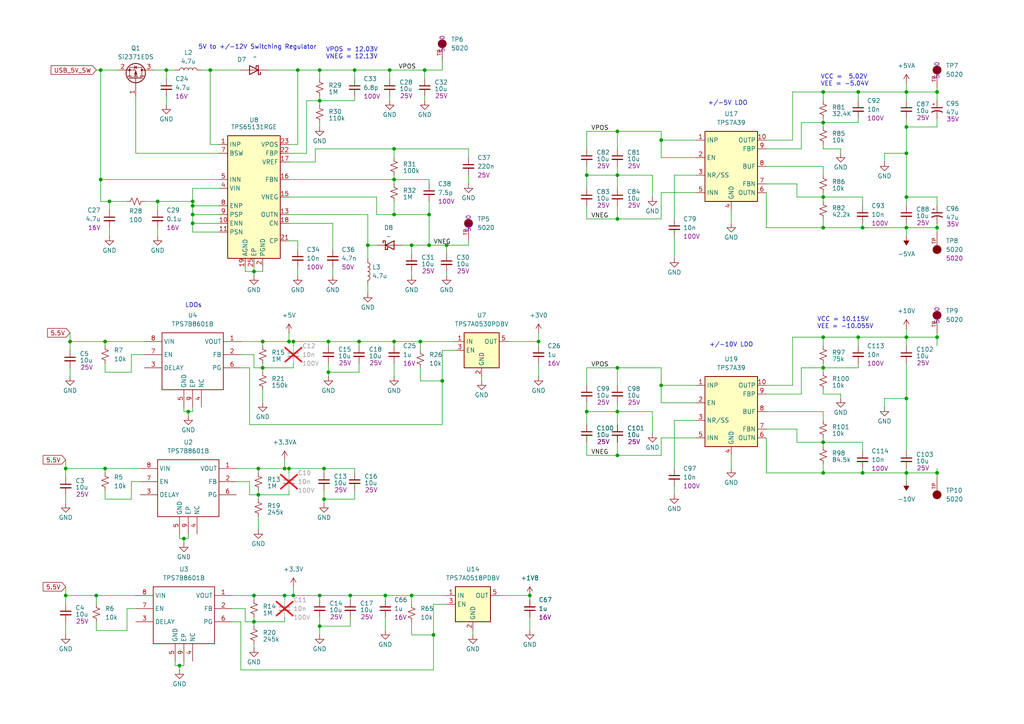
<source format=kicad_sch>
(kicad_sch (version 20250114) (generator "eeschema") (generator_version "9.0")
  (paper "A4")
  (lib_symbols
    (symbol "1_User_Library:5020" (pin_names (offset 1.016))
      (property "Reference" "TP" (at -2.5444 2.5415 0))
      (property "Value" "5020" (at -2.55 -5.0866 0))
      (symbol "5020_0_0"
        (pin passive line (at -5.08 0 0) (length 5.08) (name "~") (number "TP"))
      )
    )
    (symbol "1_User_Library:Capacitor_non_polar" (pin_numbers (hide yes)) (pin_names (offset 0.254) (hide yes))
      (property "Reference" "C" (at 2.54 1.778 0))
      (property "Value" "val" (at 2.54 0 0))
      (property "Voltage" "Vol" (at 2.54 -2.032 0))
      (symbol "Capacitor_non_polar_1_1"
        (pin passive line (at 0 2.54 270) (length 2.032) (name "~") (number "1"))
        (pin passive line (at 0 -2.54 90) (length 2.032) (name "~") (number "2"))
      )
    )
    (symbol "1_User_Library:Inductor" (pin_numbers (hide yes)) (pin_names (offset 1.016) (hide yes))
      (property "Reference" "L" (at -1.27 0 90))
      (property "Value" "Inductor" (at 1.905 0 90))
      (symbol "Inductor_1_1"
        (pin passive line (at 0 3.81 270) (length 1.27) (name "1") (number "1"))
        (pin passive line (at 0 -3.81 90) (length 1.27) (name "2") (number "2"))
      )
    )
    (symbol "1_User_Library:Resistor" (pin_numbers (hide yes)) (pin_names (offset 0.254) (hide yes))
      (property "Reference" "R" (at 0.762 0.508 0))
      (symbol "Resistor_1_1"
        (pin passive line (at 0 2.54 270) (length 1.016) (name "~") (number "1"))
        (pin passive line (at 0 -2.54 90) (length 1.016) (name "~") (number "2"))
      )
    )
    (symbol "1_User_Library:TPS7A39"
      (property "Reference" "U" (at 0 13.97 0))
      (property "Value" "TPS7A39" (at 0 11.43 0))
      (symbol "TPS7A39_1_1"
        (pin power_in line (at -10.16 7.62 0) (length 2.54) (name "INP") (number "1"))
        (pin input line (at -10.16 2.54 0) (length 2.54) (name "EN") (number "2"))
        (pin passive line (at -10.16 -2.54 0) (length 2.54) (name "NR/SS") (number "3"))
        (pin power_in line (at -10.16 -7.62 0) (length 2.54) (name "INN") (number "5"))
        (pin passive line (at 0 -12.7 90) (length 2.54) (hide yes) (name "GND") (number "11"))
        (pin power_in line (at 0 -12.7 90) (length 2.54) (name "GND") (number "4"))
        (pin power_out line (at 10.16 7.62 180) (length 2.54) (name "OUTP") (number "10"))
        (pin input line (at 10.16 5.08 180) (length 2.54) (name "FBP") (number "9"))
        (pin output line (at 10.16 0 180) (length 2.54) (name "BUF") (number "8"))
        (pin input line (at 10.16 -5.08 180) (length 2.54) (name "FBN") (number "7"))
        (pin power_out line (at 10.16 -7.62 180) (length 2.54) (name "OUTN") (number "6"))
      )
    )
    (symbol "1_User_Library:TPS7B86_DDA"
      (property "Reference" "U" (at 0 2.794 0))
      (property "Value" "TPS7B8601B" (at -0.254 1.016 0))
      (symbol "TPS7B86_DDA_0_0"
        (pin power_in line (at -13.97 -2.54 0) (length 5.08) (name "VIN") (number "8"))
        (pin power_in line (at -13.97 -6.35 0) (length 5.08) (name "EN") (number "7"))
        (pin power_in line (at 13.97 -10.16 180) (length 5.08) (name "PG") (number "6"))
      )
      (symbol "TPS7B86_DDA_0_1"
        (pin input line (at -13.97 -10.16 0) (length 5.08) (name "DELAY") (number "3"))
        (pin unspecified line (at -2.54 -21.59 90) (length 5.08) (name "GND") (number "5"))
        (pin power_in line (at 2.54 -21.59 90) (length 5.08) (name "NC") (number "4"))
        (pin power_in line (at 13.97 -2.54 180) (length 5.08) (name "VOUT") (number "1"))
        (pin power_in line (at 13.97 -6.35 180) (length 5.08) (name "FB") (number "2"))
      )
      (symbol "TPS7B86_DDA_1_0"
        (pin power_in line (at 0 -21.59 90) (length 5.08) (name "EP") (number "9"))
      )
    )
    (symbol "Capacitor_non_polar_1" (pin_numbers (hide yes)) (pin_names (offset 0.254) (hide yes))
      (property "Reference" "C" (at 0.254 1.778 0))
      (symbol "Capacitor_non_polar_1_1_1"
        (pin passive line (at 0 2.54 270) (length 2.032) (name "~") (number "1"))
        (pin passive line (at 0 -2.54 90) (length 2.032) (name "~") (number "2"))
      )
    )
    (symbol "Capacitor_non_polar_2" (pin_numbers (hide yes)) (pin_names (offset 0.254) (hide yes))
      (property "Reference" "C" (at 2.54 1.778 0))
      (property "Value" "val" (at 2.54 0 0))
      (property "Voltage" "Vol" (at 2.54 -2.032 0))
      (symbol "Capacitor_non_polar_2_1_1"
        (pin passive line (at 0 2.54 270) (length 2.032) (name "~") (number "1"))
        (pin passive line (at 0 -2.54 90) (length 2.032) (name "~") (number "2"))
      )
    )
    (symbol "Device:C_Polarized_Small_US" (pin_numbers (hide yes)) (pin_names (offset 0.254) (hide yes))
      (property "Reference" "C" (at 0.254 1.778 0))
      (property "Value" "C_Polarized_Small_US" (at 0.254 -2.032 0))
      (symbol "C_Polarized_Small_US_1_1"
        (pin passive line (at 0 2.54 270) (length 2.032) (name "~") (number "1"))
        (pin passive line (at 0 -2.54 90) (length 2.032) (name "~") (number "2"))
      )
    )
    (symbol "Device:D_Schottky" (pin_numbers (hide yes)) (pin_names (offset 1.016) (hide yes))
      (property "Reference" "D" (at 0 2.54 0))
      (property "Value" "D_Schottky" (at 0 -2.54 0))
      (symbol "D_Schottky_1_1"
        (pin passive line (at -3.81 0 0) (length 2.54) (name "K") (number "1"))
        (pin passive line (at 3.81 0 180) (length 2.54) (name "A") (number "2"))
      )
    )
    (symbol "Regulator_Linear:TPS7A0518PDBV"
      (property "Reference" "U" (at -3.81 6.35 0))
      (property "Value" "TPS7A0518PDBV" (at 6.35 6.35 0))
      (symbol "TPS7A0518PDBV_0_1"
        (pin power_in line (at -7.62 2.54 0) (length 2.54) (name "IN") (number "1"))
        (pin input line (at -7.62 0 0) (length 2.54) (name "EN") (number "3"))
        (pin power_in line (at 0 -7.62 90) (length 2.54) (name "GND") (number "2"))
        (pin no_connect line (at 5.08 0 180) (length 2.54) (hide yes) (name "NC") (number "4"))
        (pin power_out line (at 7.62 2.54 180) (length 2.54) (name "OUT") (number "5"))
      )
    )
    (symbol "Regulator_Linear:TPS7A0530PDBV"
      (property "Reference" "U" (at -3.81 6.35 0))
      (property "Value" "TPS7A0530PDBV" (at 6.35 6.35 0))
      (symbol "TPS7A0530PDBV_0_1"
        (pin power_in line (at -7.62 2.54 0) (length 2.54) (name "IN") (number "1"))
        (pin input line (at -7.62 0 0) (length 2.54) (name "EN") (number "3"))
        (pin power_in line (at 0 -7.62 90) (length 2.54) (name "GND") (number "2"))
        (pin no_connect line (at 5.08 0 180) (length 2.54) (hide yes) (name "NC") (number "4"))
        (pin power_out line (at 7.62 2.54 180) (length 2.54) (name "OUT") (number "5"))
      )
    )
    (symbol "Regulator_Switching:TPS65131RGE"
      (property "Reference" "U" (at -6.858 21.082 0))
      (property "Value" "TPS65131RGE" (at -1.016 19.05 0))
      (symbol "TPS65131RGE_1_1"
        (pin input line (at -10.16 15.24 0) (length 2.54) (name "INP") (number "1"))
        (pin input line (at -10.16 15.24 0) (length 2.54) (hide yes) (name "INP") (number "24"))
        (pin output line (at -10.16 12.7 0) (length 2.54) (name "BSW") (number "7"))
        (pin input line (at -10.16 5.08 0) (length 2.54) (name "INN") (number "5"))
        (pin input line (at -10.16 5.08 0) (length 2.54) (hide yes) (name "INN") (number "6"))
        (pin power_in line (at -10.16 2.54 0) (length 2.54) (name "VIN") (number "4"))
        (pin input line (at -10.16 -2.54 0) (length 2.54) (name "ENP") (number "8"))
        (pin input line (at -10.16 -5.08 0) (length 2.54) (name "PSP") (number "9"))
        (pin input line (at -10.16 -7.62 0) (length 2.54) (name "ENN") (number "10"))
        (pin input line (at -10.16 -10.16 0) (length 2.54) (name "PSN") (number "11"))
        (pin no_connect line (at -7.62 10.16 0) (length 2.54) (hide yes) (name "NC") (number "20"))
        (pin no_connect line (at -7.62 7.62 0) (length 2.54) (hide yes) (name "NC") (number "12"))
        (pin power_in line (at -2.54 -20.32 90) (length 2.54) (name "AGND") (number "19"))
        (pin passive line (at 0 -20.32 90) (length 2.54) (name "EP") (number "25"))
        (pin power_in line (at 2.54 -20.32 90) (length 2.54) (name "PGND") (number "2"))
        (pin passive line (at 2.54 -20.32 90) (length 2.54) (hide yes) (name "PGND") (number "3"))
        (pin input line (at 10.16 15.24 180) (length 2.54) (name "VPOS") (number "23"))
        (pin input line (at 10.16 12.7 180) (length 2.54) (name "FBP") (number "22"))
        (pin output line (at 10.16 10.16 180) (length 2.54) (name "VREF") (number "17"))
        (pin input line (at 10.16 5.08 180) (length 2.54) (name "FBN") (number "16"))
        (pin input line (at 10.16 0 180) (length 2.54) (name "VNEG") (number "15"))
        (pin output line (at 10.16 -5.08 180) (length 2.54) (name "OUTN") (number "13"))
        (pin passive line (at 10.16 -5.08 180) (length 2.54) (hide yes) (name "OUTN") (number "14"))
        (pin passive line (at 10.16 -7.62 180) (length 2.54) (name "CN") (number "18"))
        (pin passive line (at 10.16 -12.7 180) (length 2.54) (name "CP") (number "21"))
      )
    )
    (symbol "Transistor_FET:Si2371EDS" (pin_names (hide yes))
      (property "Reference" "Q" (at 5.08 1.905 0))
      (property "Value" "Si2371EDS" (at 5.08 0 0))
      (symbol "Si2371EDS_1_1"
        (pin input line (at -5.08 0 0) (length 2.54) (name "G") (number "1"))
        (pin passive line (at 2.54 5.08 270) (length 2.54) (name "D") (number "3"))
        (pin passive line (at 2.54 -5.08 90) (length 2.54) (name "S") (number "2"))
      )
    )
    (symbol "power:+10V" (power) (pin_numbers (hide yes)) (pin_names (offset 0) (hide yes))
      (property "Value" "+10V" (at 0 3.556 0))
      (symbol "+10V_1_1"
        (pin power_in line (at 0 0 90) (length 0) (name "~") (number "1"))
      )
    )
    (symbol "power:+1V8" (power) (pin_numbers (hide yes)) (pin_names (offset 0) (hide yes))
      (property "Value" "+1V8" (at 0 3.556 0))
      (symbol "+1V8_1_1"
        (pin power_in line (at 0 0 90) (length 0) (name "~") (number "1"))
      )
    )
    (symbol "power:+3.3V" (power) (pin_numbers (hide yes)) (pin_names (offset 0) (hide yes))
      (property "Value" "+3.3V" (at 0 3.556 0))
      (symbol "+3.3V_1_1"
        (pin power_in line (at 0 0 90) (length 0) (name "~") (number "1"))
      )
    )
    (symbol "power:+3.3VA" (power) (pin_numbers (hide yes)) (pin_names (offset 0) (hide yes))
      (property "Value" "+3.3VA" (at 0 3.556 0))
      (symbol "+3.3VA_1_1"
        (pin power_in line (at 0 0 90) (length 0) (name "~") (number "1"))
      )
    )
    (symbol "power:+3V0" (power) (pin_numbers (hide yes)) (pin_names (offset 0) (hide yes))
      (property "Value" "+3V0" (at 0 3.556 0))
      (symbol "+3V0_1_1"
        (pin power_in line (at 0 0 90) (length 0) (name "~") (number "1"))
      )
    )
    (symbol "power:+5V" (power) (pin_numbers (hide yes)) (pin_names (offset 0) (hide yes))
      (property "Value" "+5V" (at 0 3.556 0))
      (symbol "+5V_1_1"
        (pin power_in line (at 0 0 90) (length 0) (name "~") (number "1"))
      )
    )
    (symbol "power:+5VA" (power) (pin_numbers (hide yes)) (pin_names (offset 0) (hide yes))
      (property "Value" "+5VA" (at 0 3.556 0))
      (symbol "+5VA_1_1"
        (pin power_in line (at 0 0 90) (length 0) (name "~") (number "1"))
      )
    )
    (symbol "power:-10V" (power) (pin_numbers (hide yes)) (pin_names (offset 0) (hide yes))
      (property "Value" "-10V" (at 0 3.556 0))
      (symbol "-10V_0_0"
        (pin power_in line (at 0 0 90) (length 0) (name "~") (number "1"))
      )
    )
    (symbol "power:-5VA" (power) (pin_numbers (hide yes)) (pin_names (offset 0) (hide yes))
      (property "Value" "-5VA" (at 0 3.556 0))
      (symbol "-5VA_0_0"
        (pin power_in line (at 0 0 90) (length 0) (name "~") (number "1"))
      )
    )
    (symbol "power:GND" (power) (pin_numbers (hide yes)) (pin_names (offset 0) (hide yes))
      (property "Value" "GND" (at 0 -3.81 0))
      (symbol "GND_1_1"
        (pin power_in line (at 0 0 270) (length 0) (name "~") (number "1"))
      )
    )
  )
  (text "LDOs" (at 56.134 88.646 0) (effects (font (size 1.27 1.27))))
  (text "5V to +/-12V Switching Regulator" (at 74.676 13.716 0) (effects (font (size 1.27 1.27))))
  (text "VCC =  5.02V\nVEE = -5.04V" (at 237.998 23.368 0) (effects (font (size 1.27 1.27)) (justify left)))
  (text "+/-10V LDO" (at 212.09 100.076 0) (effects (font (size 1.27 1.27))))
  (text "+/-5V LDO" (at 211.074 29.972 0) (effects (font (size 1.27 1.27))))
  (text "VCC = 10.115V\nVEE = -10.055V" (at 236.982 93.726 0) (effects (font (size 1.27 1.27)) (justify left)))
  (text "VPOS = 12.03V\nVNEG = 12.13V" (at 94.488 15.494 0) (effects (font (size 1.27 1.27)) (justify left)))
  (junction (at 170.18 50.8))
  (junction (at 114.3 99.06))
  (junction (at 73.66 172.72))
  (junction (at 262.89 57.15))
  (junction (at 102.87 20.32))
  (junction (at 19.05 172.72))
  (junction (at 76.2 106.68))
  (junction (at 179.07 63.5))
  (junction (at 262.89 115.57))
  (junction (at 179.07 106.68))
  (junction (at 123.19 20.32))
  (junction (at 31.75 58.42))
  (junction (at 85.09 99.06))
  (junction (at 55.88 59.69))
  (junction (at 76.2 99.06))
  (junction (at 55.88 58.42))
  (junction (at 238.76 66.04))
  (junction (at 179.07 50.8))
  (junction (at 19.05 135.89))
  (junction (at 74.93 143.51))
  (junction (at 82.55 172.72))
  (junction (at 262.89 97.79))
  (junction (at 179.07 38.1))
  (junction (at 129.54 71.12))
  (junction (at 128.27 110.49))
  (junction (at 238.76 35.56))
  (junction (at 114.3 52.07))
  (junction (at 248.92 97.79))
  (junction (at 262.89 137.16))
  (junction (at 124.46 62.23))
  (junction (at 238.76 57.15))
  (junction (at 238.76 106.68))
  (junction (at 85.09 172.72))
  (junction (at 60.96 20.32))
  (junction (at 113.03 20.32))
  (junction (at 250.19 66.04))
  (junction (at 95.25 107.95))
  (junction (at 73.66 78.74))
  (junction (at 106.68 71.12))
  (junction (at 101.6 172.72))
  (junction (at 92.71 172.72))
  (junction (at 53.34 156.21))
  (junction (at 111.76 172.72))
  (junction (at 92.71 20.32))
  (junction (at 179.07 119.38))
  (junction (at 114.3 43.18))
  (junction (at 114.3 62.23))
  (junction (at 238.76 26.67))
  (junction (at 262.89 44.45))
  (junction (at 250.19 137.16))
  (junction (at 92.71 29.21))
  (junction (at 93.98 135.89))
  (junction (at 27.94 172.72))
  (junction (at 262.89 66.04))
  (junction (at 54.61 119.38))
  (junction (at 55.88 62.23))
  (junction (at 74.93 135.89))
  (junction (at 271.78 66.04))
  (junction (at 92.71 181.61))
  (junction (at 153.67 172.72))
  (junction (at 179.07 132.08))
  (junction (at 83.82 99.06))
  (junction (at 30.48 99.06))
  (junction (at 262.89 26.67))
  (junction (at 29.21 20.32))
  (junction (at 20.32 99.06))
  (junction (at 238.76 97.79))
  (junction (at 156.21 99.06))
  (junction (at 262.89 36.83))
  (junction (at 104.14 99.06))
  (junction (at 73.66 180.34))
  (junction (at 271.78 97.79))
  (junction (at 119.38 71.12))
  (junction (at 170.18 119.38))
  (junction (at 55.88 64.77))
  (junction (at 52.07 193.04))
  (junction (at 30.48 135.89))
  (junction (at 238.76 137.16))
  (junction (at 86.36 20.32))
  (junction (at 93.98 144.78))
  (junction (at 121.92 99.06))
  (junction (at 271.78 26.67))
  (junction (at 248.92 26.67))
  (junction (at 125.73 184.15))
  (junction (at 48.26 20.32))
  (junction (at 191.77 111.76))
  (junction (at 119.38 172.72))
  (junction (at 82.55 135.89))
  (junction (at 191.77 40.64))
  (junction (at 124.46 71.12))
  (junction (at 95.25 99.06))
  (junction (at 238.76 128.27))
  (junction (at 45.72 58.42))
  (junction (at 271.78 137.16))
  (junction (at 83.82 135.89))
  (junction (at 29.21 52.07))
  (wire (pts (xy 170.18 59.69) (xy 170.18 63.5)))
  (wire (pts (xy 106.68 62.23) (xy 106.68 71.12)))
  (wire (pts (xy 102.87 20.32) (xy 102.87 22.86)))
  (wire (pts (xy 250.19 130.81) (xy 250.19 128.27)))
  (wire (pts (xy 53.34 119.38) (xy 54.61 119.38)))
  (wire (pts (xy 91.44 46.99) (xy 91.44 43.18)))
  (wire (pts (xy 45.72 58.42) (xy 41.91 58.42)))
  (wire (pts (xy 128.27 20.32) (xy 123.19 20.32)))
  (wire (pts (xy 54.61 154.94) (xy 54.61 156.21)))
  (wire (pts (xy 125.73 194.31) (xy 125.73 184.15)))
  (wire (pts (xy 129.54 71.12) (xy 135.89 71.12)))
  (wire (pts (xy 31.75 60.96) (xy 31.75 58.42)))
  (wire (pts (xy 86.36 77.47) (xy 86.36 80.01)))
  (wire (pts (xy 38.1 144.78) (xy 30.48 144.78)))
  (wire (pts (xy 63.5 64.77) (xy 55.88 64.77)))
  (wire (pts (xy 83.82 135.89) (xy 83.82 137.16)))
  (wire (pts (xy 95.25 107.95) (xy 104.14 107.95)))
  (wire (pts (xy 74.93 143.51) (xy 74.93 144.78)))
  (wire (pts (xy 20.32 99.06) (xy 20.32 101.6)))
  (wire (pts (xy 93.98 142.24) (xy 93.98 144.78)))
  (wire (pts (xy 74.93 135.89) (xy 82.55 135.89)))
  (wire (pts (xy 83.82 44.45) (xy 88.9 44.45)))
  (wire (pts (xy 232.41 106.68) (xy 238.76 106.68)))
  (wire (pts (xy 271.78 25.4) (xy 271.78 26.67)))
  (wire (pts (xy 86.36 69.85) (xy 86.36 72.39)))
  (wire (pts (xy 73.66 77.47) (xy 73.66 78.74)))
  (wire (pts (xy 96.52 64.77) (xy 96.52 72.39)))
  (wire (pts (xy 55.88 62.23) (xy 63.5 62.23)))
  (wire (pts (xy 41.91 102.87) (xy 38.1 102.87)))
  (wire (pts (xy 191.77 106.68) (xy 191.77 111.76)))
  (wire (pts (xy 262.89 115.57) (xy 262.89 130.81)))
  (wire (pts (xy 38.1 107.95) (xy 30.48 107.95)))
  (wire (pts (xy 179.07 128.27) (xy 179.07 132.08)))
  (wire (pts (xy 53.34 156.21) (xy 54.61 156.21)))
  (wire (pts (xy 88.9 44.45) (xy 88.9 29.21)))
  (wire (pts (xy 153.67 179.07) (xy 153.67 182.88)))
  (wire (pts (xy 262.89 66.04) (xy 250.19 66.04)))
  (wire (pts (xy 20.32 99.06) (xy 20.32 96.52)))
  (wire (pts (xy 119.38 71.12) (xy 119.38 73.66)))
  (wire (pts (xy 72.39 139.7) (xy 72.39 143.51)))
  (wire (pts (xy 248.92 26.67) (xy 238.76 26.67)))
  (wire (pts (xy 29.21 52.07) (xy 29.21 20.32)))
  (wire (pts (xy 195.58 140.97) (xy 195.58 143.51)))
  (wire (pts (xy 92.71 22.86) (xy 92.71 20.32)))
  (wire (pts (xy 238.76 127) (xy 238.76 128.27)))
  (wire (pts (xy 238.76 137.16) (xy 250.19 137.16)))
  (wire (pts (xy 69.85 106.68) (xy 72.39 106.68)))
  (wire (pts (xy 85.09 172.72) (xy 92.71 172.72)))
  (wire (pts (xy 102.87 137.16) (xy 102.87 135.89)))
  (wire (pts (xy 125.73 175.26) (xy 129.54 175.26)))
  (wire (pts (xy 189.23 119.38) (xy 179.07 119.38)))
  (wire (pts (xy 189.23 57.15) (xy 189.23 50.8)))
  (wire (pts (xy 128.27 17.78) (xy 128.27 20.32)))
  (wire (pts (xy 195.58 68.58) (xy 195.58 74.93)))
  (wire (pts (xy 179.07 116.84) (xy 179.07 119.38)))
  (wire (pts (xy 189.23 125.73) (xy 189.23 119.38)))
  (wire (pts (xy 52.07 193.04) (xy 52.07 194.31)))
  (wire (pts (xy 96.52 77.47) (xy 96.52 80.01)))
  (wire (pts (xy 231.14 57.15) (xy 238.76 57.15)))
  (wire (pts (xy 250.19 57.15) (xy 238.76 57.15)))
  (wire (pts (xy 53.34 191.77) (xy 53.34 193.04)))
  (wire (pts (xy 69.85 194.31) (xy 125.73 194.31)))
  (wire (pts (xy 179.07 119.38) (xy 179.07 123.19)))
  (wire (pts (xy 231.14 128.27) (xy 238.76 128.27)))
  (wire (pts (xy 60.96 41.91) (xy 63.5 41.91)))
  (wire (pts (xy 19.05 180.34) (xy 19.05 184.15)))
  (wire (pts (xy 121.92 106.68) (xy 121.92 110.49)))
  (wire (pts (xy 262.89 24.13) (xy 262.89 26.67)))
  (wire (pts (xy 179.07 132.08) (xy 191.77 132.08)))
  (wire (pts (xy 170.18 106.68) (xy 179.07 106.68)))
  (wire (pts (xy 119.38 172.72) (xy 119.38 175.26)))
  (wire (pts (xy 271.78 36.83) (xy 262.89 36.83)))
  (wire (pts (xy 76.2 99.06) (xy 83.82 99.06)))
  (wire (pts (xy 262.89 36.83) (xy 262.89 44.45)))
  (wire (pts (xy 111.76 172.72) (xy 119.38 172.72)))
  (wire (pts (xy 248.92 106.68) (xy 238.76 106.68)))
  (wire (pts (xy 238.76 34.29) (xy 238.76 35.56)))
  (wire (pts (xy 82.55 172.72) (xy 82.55 173.99)))
  (wire (pts (xy 271.78 96.52) (xy 271.78 97.79)))
  (wire (pts (xy 92.71 181.61) (xy 101.6 181.61)))
  (wire (pts (xy 222.25 124.46) (xy 231.14 124.46)))
  (wire (pts (xy 52.07 193.04) (xy 53.34 193.04)))
  (wire (pts (xy 129.54 71.12) (xy 129.54 73.66)))
  (wire (pts (xy 50.8 193.04) (xy 52.07 193.04)))
  (wire (pts (xy 44.45 20.32) (xy 48.26 20.32)))
  (wire (pts (xy 250.19 64.77) (xy 250.19 66.04)))
  (wire (pts (xy 27.94 172.72) (xy 19.05 172.72)))
  (wire (pts (xy 191.77 45.72) (xy 191.77 40.64)))
  (wire (pts (xy 248.92 35.56) (xy 238.76 35.56)))
  (wire (pts (xy 73.66 186.69) (xy 73.66 187.96)))
  (wire (pts (xy 129.54 78.74) (xy 129.54 80.01)))
  (wire (pts (xy 39.37 44.45) (xy 39.37 27.94)))
  (wire (pts (xy 53.34 156.21) (xy 53.34 157.48)))
  (wire (pts (xy 119.38 172.72) (xy 129.54 172.72)))
  (wire (pts (xy 243.84 114.3) (xy 243.84 115.57)))
  (wire (pts (xy 113.03 20.32) (xy 102.87 20.32)))
  (wire (pts (xy 83.82 143.51) (xy 83.82 142.24)))
  (wire (pts (xy 262.89 95.25) (xy 262.89 97.79)))
  (wire (pts (xy 73.66 180.34) (xy 82.55 180.34)))
  (wire (pts (xy 189.23 50.8) (xy 179.07 50.8)))
  (wire (pts (xy 55.88 54.61) (xy 55.88 58.42)))
  (wire (pts (xy 156.21 99.06) (xy 156.21 100.33)))
  (wire (pts (xy 92.71 29.21) (xy 92.71 30.48)))
  (wire (pts (xy 179.07 43.18) (xy 179.07 38.1)))
  (wire (pts (xy 222.25 43.18) (xy 232.41 43.18)))
  (wire (pts (xy 191.77 40.64) (xy 201.93 40.64)))
  (wire (pts (xy 88.9 29.21) (xy 92.71 29.21)))
  (wire (pts (xy 92.71 179.07) (xy 92.71 181.61)))
  (wire (pts (xy 86.36 20.32) (xy 92.71 20.32)))
  (wire (pts (xy 55.88 59.69) (xy 55.88 62.23)))
  (wire (pts (xy 238.76 119.38) (xy 238.76 121.92)))
  (wire (pts (xy 179.07 38.1) (xy 191.77 38.1)))
  (wire (pts (xy 222.25 127) (xy 222.25 137.16)))
  (wire (pts (xy 170.18 63.5) (xy 179.07 63.5)))
  (wire (pts (xy 229.87 97.79) (xy 238.76 97.79)))
  (wire (pts (xy 238.76 106.68) (xy 238.76 107.95)))
  (wire (pts (xy 179.07 50.8) (xy 170.18 50.8)))
  (wire (pts (xy 128.27 101.6) (xy 132.08 101.6)))
  (wire (pts (xy 92.71 35.56) (xy 92.71 36.83)))
  (wire (pts (xy 232.41 43.18) (xy 232.41 35.56)))
  (wire (pts (xy 92.71 29.21) (xy 102.87 29.21)))
  (wire (pts (xy 91.44 43.18) (xy 114.3 43.18)))
  (wire (pts (xy 232.41 35.56) (xy 238.76 35.56)))
  (wire (pts (xy 71.12 176.53) (xy 71.12 180.34)))
  (wire (pts (xy 262.89 64.77) (xy 262.89 66.04)))
  (wire (pts (xy 262.89 44.45) (xy 262.89 57.15)))
  (wire (pts (xy 101.6 172.72) (xy 111.76 172.72)))
  (wire (pts (xy 104.14 99.06) (xy 114.3 99.06)))
  (wire (pts (xy 123.19 20.32) (xy 123.19 22.86)))
  (wire (pts (xy 231.14 124.46) (xy 231.14 128.27)))
  (wire (pts (xy 92.71 181.61) (xy 92.71 184.15)))
  (wire (pts (xy 114.3 43.18) (xy 114.3 45.72)))
  (wire (pts (xy 248.92 29.21) (xy 248.92 26.67)))
  (wire (pts (xy 191.77 38.1) (xy 191.77 40.64)))
  (wire (pts (xy 83.82 135.89) (xy 93.98 135.89)))
  (wire (pts (xy 93.98 144.78) (xy 93.98 146.05)))
  (wire (pts (xy 30.48 144.78) (xy 30.48 142.24)))
  (wire (pts (xy 238.76 26.67) (xy 238.76 29.21)))
  (wire (pts (xy 106.68 71.12) (xy 106.68 74.93)))
  (wire (pts (xy 30.48 135.89) (xy 19.05 135.89)))
  (wire (pts (xy 40.64 135.89) (xy 30.48 135.89)))
  (wire (pts (xy 271.78 26.67) (xy 271.78 29.21)))
  (wire (pts (xy 179.07 63.5) (xy 191.77 63.5)))
  (wire (pts (xy 229.87 26.67) (xy 238.76 26.67)))
  (wire (pts (xy 83.82 52.07) (xy 114.3 52.07)))
  (wire (pts (xy 201.93 116.84) (xy 191.77 116.84)))
  (wire (pts (xy 73.66 102.87) (xy 73.66 106.68)))
  (wire (pts (xy 52.07 156.21) (xy 53.34 156.21)))
  (wire (pts (xy 109.22 57.15) (xy 109.22 62.23)))
  (wire (pts (xy 19.05 143.51) (xy 19.05 146.05)))
  (wire (pts (xy 39.37 172.72) (xy 27.94 172.72)))
  (wire (pts (xy 85.09 99.06) (xy 95.25 99.06)))
  (wire (pts (xy 124.46 71.12) (xy 119.38 71.12)))
  (wire (pts (xy 222.25 119.38) (xy 238.76 119.38)))
  (wire (pts (xy 119.38 78.74) (xy 119.38 80.01)))
  (wire (pts (xy 170.18 111.76) (xy 170.18 106.68)))
  (wire (pts (xy 170.18 132.08) (xy 179.07 132.08)))
  (wire (pts (xy 52.07 154.94) (xy 52.07 156.21)))
  (wire (pts (xy 262.89 137.16) (xy 262.89 139.7)))
  (wire (pts (xy 102.87 27.94) (xy 102.87 29.21)))
  (wire (pts (xy 109.22 62.23) (xy 114.3 62.23)))
  (wire (pts (xy 201.93 121.92) (xy 195.58 121.92)))
  (wire (pts (xy 262.89 26.67) (xy 248.92 26.67)))
  (wire (pts (xy 256.54 118.11) (xy 256.54 115.57)))
  (wire (pts (xy 111.76 179.07) (xy 111.76 182.88)))
  (wire (pts (xy 170.18 128.27) (xy 170.18 132.08)))
  (wire (pts (xy 124.46 53.34) (xy 124.46 52.07)))
  (wire (pts (xy 170.18 119.38) (xy 170.18 123.19)))
  (wire (pts (xy 135.89 45.72) (xy 135.89 43.18)))
  (wire (pts (xy 72.39 123.19) (xy 128.27 123.19)))
  (wire (pts (xy 170.18 116.84) (xy 170.18 119.38)))
  (wire (pts (xy 179.07 50.8) (xy 179.07 54.61)))
  (wire (pts (xy 101.6 179.07) (xy 101.6 181.61)))
  (wire (pts (xy 222.25 40.64) (xy 229.87 40.64)))
  (wire (pts (xy 95.25 105.41) (xy 95.25 107.95)))
  (wire (pts (xy 73.66 106.68) (xy 76.2 106.68)))
  (wire (pts (xy 222.25 53.34) (xy 231.14 53.34)))
  (wire (pts (xy 95.25 107.95) (xy 95.25 109.22)))
  (wire (pts (xy 74.93 149.86) (xy 74.93 153.67)))
  (wire (pts (xy 93.98 135.89) (xy 102.87 135.89)))
  (wire (pts (xy 83.82 69.85) (xy 86.36 69.85)))
  (wire (pts (xy 250.19 135.89) (xy 250.19 137.16)))
  (wire (pts (xy 195.58 50.8) (xy 195.58 63.5)))
  (wire (pts (xy 72.39 143.51) (xy 74.93 143.51)))
  (wire (pts (xy 73.66 78.74) (xy 71.12 78.74)))
  (wire (pts (xy 69.85 99.06) (xy 76.2 99.06)))
  (wire (pts (xy 74.93 135.89) (xy 74.93 137.16)))
  (wire (pts (xy 179.07 111.76) (xy 179.07 106.68)))
  (wire (pts (xy 74.93 142.24) (xy 74.93 143.51)))
  (wire (pts (xy 48.26 20.32) (xy 50.8 20.32)))
  (wire (pts (xy 262.89 34.29) (xy 262.89 36.83)))
  (wire (pts (xy 121.92 99.06) (xy 121.92 101.6)))
  (wire (pts (xy 121.92 110.49) (xy 128.27 110.49)))
  (wire (pts (xy 238.76 66.04) (xy 250.19 66.04)))
  (wire (pts (xy 238.76 35.56) (xy 238.76 36.83)))
  (wire (pts (xy 262.89 105.41) (xy 262.89 115.57)))
  (wire (pts (xy 243.84 43.18) (xy 243.84 44.45)))
  (wire (pts (xy 101.6 172.72) (xy 101.6 173.99)))
  (wire (pts (xy 238.76 57.15) (xy 238.76 58.42)))
  (wire (pts (xy 31.75 66.04) (xy 31.75 68.58)))
  (wire (pts (xy 262.89 97.79) (xy 248.92 97.79)))
  (wire (pts (xy 73.66 172.72) (xy 73.66 173.99)))
  (wire (pts (xy 30.48 99.06) (xy 20.32 99.06)))
  (wire (pts (xy 83.82 46.99) (xy 91.44 46.99)))
  (wire (pts (xy 36.83 182.88) (xy 36.83 176.53)))
  (wire (pts (xy 60.96 20.32) (xy 69.85 20.32)))
  (wire (pts (xy 156.21 105.41) (xy 156.21 109.22)))
  (wire (pts (xy 29.21 58.42) (xy 31.75 58.42)))
  (wire (pts (xy 76.2 105.41) (xy 76.2 106.68)))
  (wire (pts (xy 30.48 107.95) (xy 30.48 105.41)))
  (wire (pts (xy 73.66 179.07) (xy 73.66 180.34)))
  (wire (pts (xy 201.93 50.8) (xy 195.58 50.8)))
  (wire (pts (xy 222.25 55.88) (xy 222.25 66.04)))
  (wire (pts (xy 170.18 43.18) (xy 170.18 38.1)))
  (wire (pts (xy 147.32 99.06) (xy 156.21 99.06)))
  (wire (pts (xy 73.66 172.72) (xy 82.55 172.72)))
  (wire (pts (xy 170.18 50.8) (xy 170.18 54.61)))
  (wire (pts (xy 114.3 52.07) (xy 114.3 53.34)))
  (wire (pts (xy 222.25 114.3) (xy 232.41 114.3)))
  (wire (pts (xy 53.34 118.11) (xy 53.34 119.38)))
  (wire (pts (xy 124.46 58.42) (xy 124.46 62.23)))
  (wire (pts (xy 83.82 41.91) (xy 86.36 41.91)))
  (wire (pts (xy 271.78 66.04) (xy 271.78 67.31)))
  (wire (pts (xy 82.55 133.35) (xy 82.55 135.89)))
  (wire (pts (xy 238.76 66.04) (xy 238.76 63.5)))
  (wire (pts (xy 38.1 102.87) (xy 38.1 107.95)))
  (wire (pts (xy 76.2 106.68) (xy 85.09 106.68)))
  (wire (pts (xy 92.71 27.94) (xy 92.71 29.21)))
  (wire (pts (xy 262.89 57.15) (xy 262.89 59.69)))
  (wire (pts (xy 73.66 78.74) (xy 73.66 80.01)))
  (wire (pts (xy 195.58 121.92) (xy 195.58 135.89)))
  (wire (pts (xy 58.42 20.32) (xy 60.96 20.32)))
  (wire (pts (xy 248.92 105.41) (xy 248.92 106.68)))
  (wire (pts (xy 238.76 43.18) (xy 243.84 43.18)))
  (wire (pts (xy 191.77 116.84) (xy 191.77 111.76)))
  (wire (pts (xy 114.3 105.41) (xy 114.3 109.22)))
  (wire (pts (xy 271.78 57.15) (xy 262.89 57.15)))
  (wire (pts (xy 83.82 62.23) (xy 106.68 62.23)))
  (wire (pts (xy 93.98 135.89) (xy 93.98 137.16)))
  (wire (pts (xy 170.18 48.26) (xy 170.18 50.8)))
  (wire (pts (xy 63.5 52.07) (xy 29.21 52.07)))
  (wire (pts (xy 82.55 135.89) (xy 83.82 135.89)))
  (wire (pts (xy 111.76 172.72) (xy 111.76 173.99)))
  (wire (pts (xy 83.82 96.52) (xy 83.82 99.06)))
  (wire (pts (xy 85.09 106.68) (xy 85.09 105.41)))
  (wire (pts (xy 55.88 62.23) (xy 55.88 64.77)))
  (wire (pts (xy 69.85 180.34) (xy 69.85 194.31)))
  (wire (pts (xy 114.3 52.07) (xy 124.46 52.07)))
  (wire (pts (xy 27.94 182.88) (xy 36.83 182.88)))
  (wire (pts (xy 262.89 100.33) (xy 262.89 97.79)))
  (wire (pts (xy 153.67 172.72) (xy 153.67 173.99)))
  (wire (pts (xy 271.78 97.79) (xy 262.89 97.79)))
  (wire (pts (xy 271.78 26.67) (xy 262.89 26.67)))
  (wire (pts (xy 92.71 20.32) (xy 102.87 20.32)))
  (wire (pts (xy 238.76 114.3) (xy 243.84 114.3)))
  (wire (pts (xy 135.89 69.85) (xy 135.89 71.12)))
  (wire (pts (xy 76.2 78.74) (xy 73.66 78.74)))
  (wire (pts (xy 27.94 20.32) (xy 29.21 20.32)))
  (wire (pts (xy 29.21 52.07) (xy 29.21 58.42)))
  (wire (pts (xy 124.46 62.23) (xy 124.46 71.12)))
  (wire (pts (xy 76.2 113.03) (xy 76.2 116.84)))
  (wire (pts (xy 106.68 82.55) (xy 106.68 85.09)))
  (wire (pts (xy 212.09 60.96) (xy 212.09 64.77)))
  (wire (pts (xy 238.76 105.41) (xy 238.76 106.68)))
  (wire (pts (xy 30.48 135.89) (xy 30.48 137.16)))
  (wire (pts (xy 191.77 55.88) (xy 201.93 55.88)))
  (wire (pts (xy 95.25 99.06) (xy 104.14 99.06)))
  (wire (pts (xy 55.88 59.69) (xy 55.88 58.42)))
  (wire (pts (xy 262.89 137.16) (xy 250.19 137.16)))
  (wire (pts (xy 83.82 57.15) (xy 109.22 57.15)))
  (wire (pts (xy 45.72 58.42) (xy 45.72 60.96)))
  (wire (pts (xy 113.03 27.94) (xy 113.03 29.21)))
  (wire (pts (xy 74.93 143.51) (xy 83.82 143.51)))
  (wire (pts (xy 156.21 96.52) (xy 156.21 99.06)))
  (wire (pts (xy 85.09 99.06) (xy 85.09 100.33)))
  (wire (pts (xy 55.88 58.42) (xy 45.72 58.42)))
  (wire (pts (xy 128.27 110.49) (xy 128.27 123.19)))
  (wire (pts (xy 104.14 100.33) (xy 104.14 99.06)))
  (wire (pts (xy 271.78 64.77) (xy 271.78 66.04)))
  (wire (pts (xy 27.94 180.34) (xy 27.94 182.88)))
  (wire (pts (xy 179.07 119.38) (xy 170.18 119.38)))
  (wire (pts (xy 93.98 144.78) (xy 102.87 144.78)))
  (wire (pts (xy 222.25 66.04) (xy 238.76 66.04)))
  (wire (pts (xy 71.12 180.34) (xy 73.66 180.34)))
  (wire (pts (xy 114.3 99.06) (xy 114.3 100.33)))
  (wire (pts (xy 67.31 176.53) (xy 71.12 176.53)))
  (wire (pts (xy 248.92 100.33) (xy 248.92 97.79)))
  (wire (pts (xy 36.83 176.53) (xy 39.37 176.53)))
  (wire (pts (xy 95.25 99.06) (xy 95.25 100.33)))
  (wire (pts (xy 113.03 20.32) (xy 113.03 22.86)))
  (wire (pts (xy 77.47 20.32) (xy 86.36 20.32)))
  (wire (pts (xy 137.16 182.88) (xy 137.16 184.15)))
  (wire (pts (xy 63.5 67.31) (xy 55.88 67.31)))
  (wire (pts (xy 38.1 139.7) (xy 38.1 144.78)))
  (wire (pts (xy 238.76 41.91) (xy 238.76 43.18)))
  (wire (pts (xy 271.78 34.29) (xy 271.78 36.83)))
  (wire (pts (xy 271.78 137.16) (xy 271.78 138.43)))
  (wire (pts (xy 19.05 172.72) (xy 19.05 175.26)))
  (wire (pts (xy 55.88 118.11) (xy 55.88 119.38)))
  (wire (pts (xy 19.05 135.89) (xy 19.05 138.43)))
  (wire (pts (xy 262.89 137.16) (xy 271.78 137.16)))
  (wire (pts (xy 170.18 38.1) (xy 179.07 38.1)))
  (wire (pts (xy 73.66 180.34) (xy 73.66 181.61)))
  (wire (pts (xy 82.55 180.34) (xy 82.55 179.07)))
  (wire (pts (xy 41.91 99.06) (xy 30.48 99.06)))
  (wire (pts (xy 179.07 106.68) (xy 191.77 106.68)))
  (wire (pts (xy 114.3 58.42) (xy 114.3 62.23)))
  (wire (pts (xy 20.32 106.68) (xy 20.32 109.22)))
  (wire (pts (xy 248.92 34.29) (xy 248.92 35.56)))
  (wire (pts (xy 114.3 99.06) (xy 121.92 99.06)))
  (wire (pts (xy 72.39 106.68) (xy 72.39 123.19)))
  (wire (pts (xy 262.89 29.21) (xy 262.89 26.67)))
  (wire (pts (xy 50.8 191.77) (xy 50.8 193.04)))
  (wire (pts (xy 30.48 99.06) (xy 30.48 100.33)))
  (wire (pts (xy 113.03 20.32) (xy 123.19 20.32)))
  (wire (pts (xy 55.88 64.77) (xy 55.88 67.31)))
  (wire (pts (xy 191.77 132.08) (xy 191.77 127)))
  (wire (pts (xy 135.89 50.8) (xy 135.89 53.34)))
  (wire (pts (xy 40.64 139.7) (xy 38.1 139.7)))
  (wire (pts (xy 238.76 113.03) (xy 238.76 114.3)))
  (wire (pts (xy 256.54 44.45) (xy 262.89 44.45)))
  (wire (pts (xy 63.5 54.61) (xy 55.88 54.61)))
  (wire (pts (xy 76.2 106.68) (xy 76.2 107.95)))
  (wire (pts (xy 256.54 115.57) (xy 262.89 115.57)))
  (wire (pts (xy 92.71 172.72) (xy 101.6 172.72)))
  (wire (pts (xy 54.61 119.38) (xy 54.61 120.65)))
  (wire (pts (xy 222.25 111.76) (xy 229.87 111.76)))
  (wire (pts (xy 76.2 99.06) (xy 76.2 100.33)))
  (wire (pts (xy 128.27 101.6) (xy 128.27 110.49)))
  (wire (pts (xy 85.09 170.18) (xy 85.09 172.72)))
  (wire (pts (xy 256.54 46.99) (xy 256.54 44.45)))
  (wire (pts (xy 19.05 135.89) (xy 19.05 133.35)))
  (wire (pts (xy 63.5 59.69) (xy 55.88 59.69)))
  (wire (pts (xy 83.82 99.06) (xy 85.09 99.06)))
  (wire (pts (xy 238.76 48.26) (xy 238.76 50.8)))
  (wire (pts (xy 271.78 59.69) (xy 271.78 57.15)))
  (wire (pts (xy 212.09 132.08) (xy 212.09 135.89)))
  (wire (pts (xy 250.19 59.69) (xy 250.19 57.15)))
  (wire (pts (xy 69.85 102.87) (xy 73.66 102.87)))
  (wire (pts (xy 262.89 135.89) (xy 262.89 137.16)))
  (wire (pts (xy 68.58 139.7) (xy 72.39 139.7)))
  (wire (pts (xy 114.3 43.18) (xy 135.89 43.18)))
  (wire (pts (xy 45.72 66.04) (xy 45.72 68.58)))
  (wire (pts (xy 271.78 97.79) (xy 271.78 100.33)))
  (wire (pts (xy 238.76 137.16) (xy 238.76 134.62)))
  (wire (pts (xy 82.55 172.72) (xy 85.09 172.72)))
  (wire (pts (xy 229.87 40.64) (xy 229.87 26.67)))
  (wire (pts (xy 139.7 109.22) (xy 139.7 110.49)))
  (wire (pts (xy 119.38 180.34) (xy 119.38 184.15)))
  (wire (pts (xy 68.58 135.89) (xy 74.93 135.89)))
  (wire (pts (xy 222.25 137.16) (xy 238.76 137.16)))
  (wire (pts (xy 262.89 66.04) (xy 262.89 68.58)))
  (wire (pts (xy 114.3 50.8) (xy 114.3 52.07)))
  (wire (pts (xy 48.26 20.32) (xy 48.26 22.86)))
  (wire (pts (xy 114.3 62.23) (xy 124.46 62.23)))
  (wire (pts (xy 238.76 55.88) (xy 238.76 57.15)))
  (wire (pts (xy 271.78 135.89) (xy 271.78 137.16)))
  (wire (pts (xy 67.31 180.34) (xy 69.85 180.34)))
  (wire (pts (xy 83.82 64.77) (xy 96.52 64.77)))
  (wire (pts (xy 125.73 175.26) (xy 125.73 184.15)))
  (wire (pts (xy 27.94 172.72) (xy 27.94 175.26)))
  (wire (pts (xy 124.46 71.12) (xy 129.54 71.12)))
  (wire (pts (xy 191.77 63.5) (xy 191.77 55.88)))
  (wire (pts (xy 104.14 105.41) (xy 104.14 107.95)))
  (wire (pts (xy 92.71 172.72) (xy 92.71 173.99)))
  (wire (pts (xy 144.78 172.72) (xy 153.67 172.72)))
  (wire (pts (xy 102.87 142.24) (xy 102.87 144.78)))
  (wire (pts (xy 191.77 127) (xy 201.93 127)))
  (wire (pts (xy 229.87 111.76) (xy 229.87 97.79)))
  (wire (pts (xy 121.92 99.06) (xy 132.08 99.06)))
  (wire (pts (xy 262.89 66.04) (xy 271.78 66.04)))
  (wire (pts (xy 201.93 45.72) (xy 191.77 45.72)))
  (wire (pts (xy 119.38 184.15) (xy 125.73 184.15)))
  (wire (pts (xy 86.36 20.32) (xy 86.36 41.91)))
  (wire (pts (xy 222.25 48.26) (xy 238.76 48.26)))
  (wire (pts (xy 60.96 20.32) (xy 60.96 41.91)))
  (wire (pts (xy 76.2 77.47) (xy 76.2 78.74)))
  (wire (pts (xy 248.92 97.79) (xy 238.76 97.79)))
  (wire (pts (xy 238.76 97.79) (xy 238.76 100.33)))
  (wire (pts (xy 71.12 77.47) (xy 71.12 78.74)))
  (wire (pts (xy 231.14 53.34) (xy 231.14 57.15)))
  (wire (pts (xy 54.61 119.38) (xy 55.88 119.38)))
  (wire (pts (xy 106.68 71.12) (xy 109.22 71.12)))
  (wire (pts (xy 191.77 111.76) (xy 201.93 111.76)))
  (wire (pts (xy 123.19 27.94) (xy 123.19 29.21)))
  (wire (pts (xy 19.05 172.72) (xy 19.05 170.18)))
  (wire (pts (xy 48.26 27.94) (xy 48.26 30.48)))
  (wire (pts (xy 250.19 128.27) (xy 238.76 128.27)))
  (wire (pts (xy 179.07 59.69) (xy 179.07 63.5)))
  (wire (pts (xy 31.75 58.42) (xy 36.83 58.42)))
  (wire (pts (xy 67.31 172.72) (xy 73.66 172.72)))
  (wire (pts (xy 39.37 44.45) (xy 63.5 44.45)))
  (wire (pts (xy 238.76 128.27) (xy 238.76 129.54)))
  (wire (pts (xy 232.41 114.3) (xy 232.41 106.68)))
  (wire (pts (xy 119.38 71.12) (xy 116.84 71.12)))
  (wire (pts (xy 29.21 20.32) (xy 34.29 20.32)))
  (wire (pts (xy 179.07 48.26) (xy 179.07 50.8)))
  (label "VNEG" (at 125.73 71.12 0))
  (label "VPOS" (at 171.45 38.1 0))
  (label "VNEG" (at 171.45 63.5 0))
  (label "VPOS" (at 115.57 20.32 0))
  (label "VNEG" (at 171.45 132.08 0))
  (label "VPOS" (at 171.45 106.68 0))
  (global_label "5.5V" (shape input) (at 19.05 170.18 180) (property "Intersheetrefs" "${INTERSHEET_REFS}" (effects (hide yes))))
  (global_label "5.5V" (shape input) (at 20.32 96.52 180) (property "Intersheetrefs" "${INTERSHEET_REFS}" (effects (hide yes))))
  (global_label "USB_5V_SW" (shape input) (at 27.94 20.32 180) (property "Intersheetrefs" "${INTERSHEET_REFS}" (effects (hide yes))))
  (global_label "5.5V" (shape input) (at 19.05 133.35 180) (property "Intersheetrefs" "${INTERSHEET_REFS}" (effects (hide yes))))
  (symbol (lib_id "1_User_Library:5020") (at 271.78 143.51 270) (unit 1)
    (property "Reference" "TP10" (at 274.32 142.2399 90) (effects (justify left)))
    (property "Value" "5020" (at 274.32 144.7799 90) (effects (justify left)))
    (property "Footprint" "1_User_Library:KEYSTONE_5020" (effects (hide yes)))
    (property "PARTREV" "C" (effects (hide yes)))
    (property "MANUFACTURER" "Keystone Electronics" (effects (hide yes)))
    (property "SNAPEDA_PN" "5020" (effects (hide yes)))
    (property "MAXIMUM_PACKAGE_HEIGHT" "5.08 mm" (effects (hide yes)))
    (property "STANDARD" "Manufacturer Recommendations" (effects (hide yes)))
    (property "Part Number" "5020" (effects (hide yes)))
  )
  (symbol (lib_id "power:+3V0") (at 156.21 96.52 0) (unit 1)
    (property "Reference" "#PWR0214" (effects (hide yes)))
    (property "Value" "+3V0" (at 156.21 91.44 0))
    (property "Description" "Power symbol creates a global label with name \"+3V0\"" (effects (hide yes)))
  )
  (symbol (lib_id "1_User_Library:Capacitor_non_polar") (at 82.55 176.53 0) (unit 1) (dnp yes)
    (property "Reference" "C11" (at 85.09 173.9962 0) (effects (justify left)))
    (property "Value" "10n" (at 85.09 176.5362 0) (effects (justify left)))
    (property "Footprint" "Capacitor_SMD:C_0603_1608Metric" (effects (hide yes)))
    (property "Description" "CAP CER 10000PF 100V X7R 0603" (effects (hide yes)))
    (property "Part Number" "GCM188R72A103KA37D" (effects (hide yes)))
    (property "Voltage" "100V" (at 85.09 179.0762 0) (effects (justify left)))
    (property "Manufacturer_Part_Number" "GCM188R72A103KA37D" (effects (hide yes)))
  )
  (symbol (lib_name "Capacitor_non_polar_2") (lib_id "1_User_Library:Capacitor_non_polar") (at 48.26 25.4 0) (unit 1)
    (property "Reference" "C24" (at 50.8 22.8662 0) (effects (justify left)))
    (property "Value" "4.7u" (at 50.8 25.4062 0) (effects (justify left)))
    (property "Footprint" "Capacitor_SMD:C_0805_2012Metric_Pad1.18x1.45mm_HandSolder" (effects (hide yes)))
    (property "Description" "CAP, MLCC, 4.7U, 50V, 0805" (effects (hide yes)))
    (property "Part Number" "GRM188Z71C475KE21D" (effects (hide yes)))
    (property "Voltage" "16V" (at 50.8 27.9462 0) (effects (justify left)))
    (property "Manufacturer_Part_Number" "GRM188Z71C475KE21D" (effects (hide yes)))
  )
  (symbol (lib_id "power:GND") (at 86.36 80.01 0) (unit 1)
    (property "Reference" "#PWR0203" (effects (hide yes)))
    (property "Value" "GND" (at 86.36 84.074 0))
    (property "Description" "Power symbol creates a global label with name \"GND\" , ground" (effects (hide yes)))
  )
  (symbol (lib_id "power:GND") (at 76.2 116.84 0) (unit 1)
    (property "Reference" "#PWR0205" (effects (hide yes)))
    (property "Value" "GND" (at 76.2 120.904 0))
    (property "Description" "Power symbol creates a global label with name \"GND\" , ground" (effects (hide yes)))
  )
  (symbol (lib_id "1_User_Library:Resistor") (at 39.37 58.42 90) (unit 1)
    (property "Reference" "R28" (at 39.37 61.214 90))
    (property "Value" "100" (at 39.37 63.754 90))
    (property "Footprint" "Resistor_SMD:R_0603_1608Metric" (effects (hide yes)))
    (property "Part Number" "CRCW0603100RFKEA" (effects (hide yes)))
  )
  (symbol (lib_id "1_User_Library:Resistor") (at 119.38 177.8 180) (unit 1)
    (property "Reference" "R65" (at 121.92 176.5299 0) (effects (justify right)))
    (property "Value" "10k" (at 121.92 179.0699 0) (effects (justify right)))
    (property "Footprint" "Resistor_SMD:R_0603_1608Metric" (effects (hide yes)))
    (property "Part Number" "CRCW060310K0FKEA" (effects (hide yes)))
  )
  (symbol (lib_id "power:GND") (at 139.7 110.49 0) (unit 1)
    (property "Reference" "#PWR0213" (effects (hide yes)))
    (property "Value" "GND" (at 139.7 114.554 0))
    (property "Description" "Power symbol creates a global label with name \"GND\" , ground" (effects (hide yes)))
  )
  (symbol (lib_id "power:GND") (at 73.66 80.01 0) (unit 1)
    (property "Reference" "#PWR0204" (effects (hide yes)))
    (property "Value" "GND" (at 73.66 84.074 0))
    (property "Description" "Power symbol creates a global label with name \"GND\" , ground" (effects (hide yes)))
  )
  (symbol (lib_id "power:GND") (at 45.72 68.58 0) (unit 1)
    (property "Reference" "#PWR0191" (effects (hide yes)))
    (property "Value" "GND" (at 45.72 72.644 0))
    (property "Description" "Power symbol creates a global label with name \"GND\" , ground" (effects (hide yes)))
  )
  (symbol (lib_id "Regulator_Switching:TPS65131RGE") (at 73.66 57.15 0) (unit 1)
    (property "Reference" "U8" (at 73.66 34.798 0))
    (property "Value" "TPS65131RGE" (at 73.66 36.83 0))
    (property "Footprint" "Package_DFN_QFN:VQFN-24-1EP_4x4mm_P0.5mm_EP2.45x2.45mm_ThermalVias" (effects (hide yes)))
    (property "Datasheet" "http://www.ti.com/lit/ds/symlink/tps65130.pdf" (effects (hide yes)))
    (property "Description" "Split-Rail Converter with Dual, Positive and Negative Outputs (750mA typ, Switch Current Limit 1950mA typ),), 2.7-5.5V, VQFN-24" (effects (hide yes)))
    (property "Manufacturer_Part_Number" "TPS65131RGE" (effects (hide yes)))
    (property "Part Number" "TPS65131RGE" (effects (hide yes)))
  )
  (symbol (lib_id "1_User_Library:Resistor") (at 114.3 55.88 180) (unit 1)
    (property "Reference" "R32" (at 116.84 55.2449 0) (effects (justify right)))
    (property "Value" "1M" (at 116.84 57.15 0) (effects (justify right)))
    (property "Footprint" "Resistor_SMD:R_0603_1608Metric" (effects (hide yes)))
    (property "Part Number" "CRCW06031M00FKEA" (effects (hide yes)))
  )
  (symbol (lib_id "power:GND") (at 243.84 115.57 0) (unit 1)
    (property "Reference" "#PWR034" (effects (hide yes)))
    (property "Value" "GND" (at 243.84 119.634 0))
    (property "Description" "Power symbol creates a global label with name \"GND\" , ground" (effects (hide yes)))
  )
  (symbol (lib_id "power:GND") (at 73.66 187.96 0) (unit 1)
    (property "Reference" "#PWR0186" (effects (hide yes)))
    (property "Value" "GND" (at 73.66 192.024 0))
    (property "Description" "Power symbol creates a global label with name \"GND\" , ground" (effects (hide yes)))
  )
  (symbol (lib_name "Capacitor_non_polar_1") (lib_id "1_User_Library:Capacitor_non_polar") (at 170.18 45.72 0) (unit 1)
    (property "Reference" "C82" (at 172.974 44.196 0) (effects (justify left)))
    (property "Value" "10u" (at 172.974 46.1011 0) (effects (justify left)))
    (property "Footprint" "Capacitor_SMD:C_0805_2012Metric" (effects (hide yes)))
    (property "Description" "CAP CER 10UF 25V X7R 1206" (effects (hide yes)))
    (property "Part Number" "GRM21BZ71E106KE15L " (effects (hide yes)))
    (property "Voltage" "25V" (at 175.006 48.1268 0))
    (property "Manufacturer_Part_Number" "GRM21BZ71E106KE15L " (effects (hide yes)))
  )
  (symbol (lib_id "power:GND") (at 195.58 143.51 0) (unit 1)
    (property "Reference" "#PWR038" (effects (hide yes)))
    (property "Value" "GND" (at 195.58 147.574 0))
    (property "Description" "Power symbol creates a global label with name \"GND\" , ground" (effects (hide yes)))
  )
  (symbol (lib_id "1_User_Library:Resistor") (at 238.76 102.87 180) (unit 1)
    (property "Reference" "R97" (at 241.3 102.2349 0) (effects (justify right)))
    (property "Value" "75k" (at 241.3 104.14 0) (effects (justify right)))
    (property "Footprint" "Resistor_SMD:R_0603_1608Metric" (effects (hide yes)))
    (property "Part Number" "CRCW060375K0FKEA" (effects (hide yes)))
  )
  (symbol (lib_id "power:GND") (at 189.23 57.15 0) (unit 1)
    (property "Reference" "#PWR035" (effects (hide yes)))
    (property "Value" "GND" (at 189.23 61.214 0))
    (property "Description" "Power symbol creates a global label with name \"GND\" , ground" (effects (hide yes)))
  )
  (symbol (lib_id "1_User_Library:Resistor") (at 121.92 104.14 180) (unit 1)
    (property "Reference" "R26" (at 124.46 102.8699 0) (effects (justify right)))
    (property "Value" "10k" (at 124.46 105.4099 0) (effects (justify right)))
    (property "Footprint" "Resistor_SMD:R_0603_1608Metric" (effects (hide yes)))
    (property "Part Number" "CRCW060310K0FKEA" (effects (hide yes)))
  )
  (symbol (lib_id "1_User_Library:Resistor") (at 73.66 184.15 180) (unit 1)
    (property "Reference" "R20" (at 76.2 183.5149 0) (effects (justify right)))
    (property "Value" "245k" (at 76.2 185.42 0) (effects (justify right)))
    (property "Footprint" "Resistor_SMD:R_0603_1608Metric" (effects (hide yes)))
  )
  (symbol (lib_id "power:+3.3V") (at 85.09 170.18 0) (unit 1)
    (property "Reference" "#PWR075" (effects (hide yes)))
    (property "Value" "+3.3V" (at 85.09 165.1 0))
    (property "Description" "Power symbol creates a global label with name \"+3.3V\"" (effects (hide yes)))
  )
  (symbol (lib_name "Capacitor_non_polar_1") (lib_id "1_User_Library:Capacitor_non_polar") (at 92.71 176.53 0) (unit 1)
    (property "Reference" "C14" (at 95.504 175.006 0) (effects (justify left)))
    (property "Value" "10u" (at 95.504 176.9111 0) (effects (justify left)))
    (property "Footprint" "Capacitor_SMD:C_0805_2012Metric" (effects (hide yes)))
    (property "Description" "CAP CER 10UF 25V X7R 1206" (effects (hide yes)))
    (property "Part Number" "GRM21BZ71E106KE15L " (effects (hide yes)))
    (property "Voltage" "25V" (at 97.536 178.9368 0))
    (property "Manufacturer_Part_Number" "GRM21BZ71E106KE15L " (effects (hide yes)))
  )
  (symbol (lib_id "Transistor_FET:Si2371EDS") (at 39.37 22.86 270) (mirror x) (unit 1)
    (property "Reference" "Q1" (at 39.37 13.97 90))
    (property "Value" "Si2371EDS" (at 39.37 16.51 90))
    (property "Footprint" "Package_TO_SOT_SMD:SOT-23" (effects (hide yes)))
    (property "Datasheet" "http://www.vishay.com/docs/63924/si2371eds.pdf" (effects (hide yes)))
    (property "Description" "-3.6A Id, -30V Vds, P-Channel MOSFET, SOT-23" (effects (hide yes)))
    (property "Manufacturer_Part_Number" "Si2371EDS" (effects (hide yes)))
    (property "Part Number" "Si2371EDS" (effects (hide yes)))
  )
  (symbol (lib_id "power:GND") (at 114.3 109.22 0) (unit 1)
    (property "Reference" "#PWR0212" (effects (hide yes)))
    (property "Value" "GND" (at 114.3 113.284 0))
    (property "Description" "Power symbol creates a global label with name \"GND\" , ground" (effects (hide yes)))
  )
  (symbol (lib_name "Capacitor_non_polar_1") (lib_id "1_User_Library:Capacitor_non_polar") (at 123.19 25.4 0) (unit 1)
    (property "Reference" "C32" (at 125.984 23.876 0) (effects (justify left)))
    (property "Value" "10u" (at 125.984 25.7811 0) (effects (justify left)))
    (property "Footprint" "Capacitor_SMD:C_0805_2012Metric" (effects (hide yes)))
    (property "Description" "CAP CER 10UF 25V X7R 1206" (effects (hide yes)))
    (property "Part Number" "GRM21BZ71E106KE15L " (effects (hide yes)))
    (property "Voltage" "25V" (at 128.016 27.8068 0))
    (property "Manufacturer_Part_Number" "GRM21BZ71E106KE15L " (effects (hide yes)))
  )
  (symbol (lib_name "Capacitor_non_polar_1") (lib_id "1_User_Library:Capacitor_non_polar") (at 262.89 133.35 0) (unit 1)
    (property "Reference" "C103" (at 265.684 131.826 0) (effects (justify left)))
    (property "Value" "10u" (at 265.684 133.7311 0) (effects (justify left)))
    (property "Footprint" "Capacitor_SMD:C_0805_2012Metric" (effects (hide yes)))
    (property "Description" "CAP CER 10UF 25V X7R 1206" (effects (hide yes)))
    (property "Part Number" "GRM21BZ71E106KE15L " (effects (hide yes)))
    (property "Voltage" "25V" (at 267.716 135.7568 0))
    (property "Manufacturer_Part_Number" "GRM21BZ71E106KE15L " (effects (hide yes)))
  )
  (symbol (lib_id "1_User_Library:Capacitor_non_polar") (at 85.09 102.87 0) (unit 1) (dnp yes)
    (property "Reference" "C12" (at 87.63 100.3362 0) (effects (justify left)))
    (property "Value" "10n" (at 87.63 102.8762 0) (effects (justify left)))
    (property "Footprint" "Capacitor_SMD:C_0603_1608Metric" (effects (hide yes)))
    (property "Description" "CAP CER 10000PF 100V X7R 0603" (effects (hide yes)))
    (property "Part Number" "GCM188R72A103KA37D" (effects (hide yes)))
    (property "Voltage" "100V" (at 87.63 105.4162 0) (effects (justify left)))
    (property "Manufacturer_Part_Number" "GCM188R72A103KA37D" (effects (hide yes)))
  )
  (symbol (lib_id "power:GND") (at 95.25 109.22 0) (unit 1)
    (property "Reference" "#PWR0206" (effects (hide yes)))
    (property "Value" "GND" (at 95.25 113.284 0))
    (property "Description" "Power symbol creates a global label with name \"GND\" , ground" (effects (hide yes)))
  )
  (symbol (lib_id "1_User_Library:Resistor") (at 238.76 31.75 180) (unit 1)
    (property "Reference" "R81" (at 241.3 31.1149 0) (effects (justify right)))
    (property "Value" "32.4K" (at 241.3 33.02 0) (effects (justify right)))
    (property "Footprint" "Resistor_SMD:R_0603_1608Metric" (effects (hide yes)))
    (property "Part Number" "CRCW060332K4FKEA" (effects (hide yes)))
  )
  (symbol (lib_name "Capacitor_non_polar_1") (lib_id "1_User_Library:Capacitor_non_polar") (at 102.87 139.7 0) (unit 1)
    (property "Reference" "C16" (at 105.664 138.176 0) (effects (justify left)))
    (property "Value" "10u" (at 105.664 140.0811 0) (effects (justify left)))
    (property "Footprint" "Capacitor_SMD:C_0805_2012Metric" (effects (hide yes)))
    (property "Description" "CAP CER 10UF 25V X7R 1206" (effects (hide yes)))
    (property "Part Number" "GRM21BZ71E106KE15L " (effects (hide yes)))
    (property "Voltage" "25V" (at 107.696 142.1068 0))
    (property "Manufacturer_Part_Number" "GRM21BZ71E106KE15L " (effects (hide yes)))
  )
  (symbol (lib_id "1_User_Library:TPS7A39") (at 212.09 119.38 0) (unit 1)
    (property "Reference" "U19" (at 212.09 104.14 0))
    (property "Value" "TPS7A39" (at 212.09 106.68 0))
    (property "Footprint" "Package_SON:Texas_S-PVSON-N10" (effects (hide yes)))
    (property "Datasheet" "https://www.ti.com/lit/ds/symlink/tps7a39.pdf" (effects (hide yes)))
    (property "Description" "Dual, 150-mA, ±3.3V to ±33V Input, +1.2V to +30V and -30V to 0V Output, Wide VIN Positive and Negative LDO Voltage Regulator, 3x3mm WSON-10 package" (effects (hide yes)))
    (property "Part Number" "TPS7A3901DSCR" (effects (hide yes)))
    (property "Manufacturer_Part_Number" "TPS7A3901DSCR" (effects (hide yes)))
  )
  (symbol (lib_id "1_User_Library:Capacitor_non_polar") (at 156.21 102.87 180) (unit 1)
    (property "Reference" "C26" (at 158.75 100.3235 0) (effects (justify right)))
    (property "Value" "1u" (at 158.75 102.8635 0) (effects (justify right)))
    (property "Footprint" "1_User_Library:C_0805_2012Metric_HandSolder" (effects (hide yes)))
    (property "Part Number" "0805YC105KAT2A" (effects (hide yes)))
    (property "Voltage" "16V" (at 158.75 105.4035 0) (effects (justify right)))
    (property "Manufacturer_Part_Number" "0805YC105KAT2A" (effects (hide yes)))
  )
  (symbol (lib_id "power:GND") (at 119.38 80.01 0) (unit 1)
    (property "Reference" "#PWR0195" (effects (hide yes)))
    (property "Value" "GND" (at 119.38 84.074 0))
    (property "Description" "Power symbol creates a global label with name \"GND\" , ground" (effects (hide yes)))
  )
  (symbol (lib_name "Capacitor_non_polar_1") (lib_id "1_User_Library:Capacitor_non_polar") (at 95.25 102.87 0) (unit 1)
    (property "Reference" "C15" (at 98.044 101.346 0) (effects (justify left)))
    (property "Value" "10u" (at 98.044 103.2511 0) (effects (justify left)))
    (property "Footprint" "Capacitor_SMD:C_0805_2012Metric" (effects (hide yes)))
    (property "Description" "CAP CER 10UF 25V X7R 1206" (effects (hide yes)))
    (property "Part Number" "GRM21BZ71E106KE15L " (effects (hide yes)))
    (property "Voltage" "25V" (at 100.076 105.2768 0))
    (property "Manufacturer_Part_Number" "GRM21BZ71E106KE15L " (effects (hide yes)))
  )
  (symbol (lib_id "1_User_Library:5020") (at 271.78 20.32 90) (unit 1)
    (property "Reference" "TP7" (at 274.32 19.0499 90) (effects (justify right)))
    (property "Value" "5020" (at 274.32 21.5899 90) (effects (justify right)))
    (property "Footprint" "1_User_Library:KEYSTONE_5020" (effects (hide yes)))
    (property "PARTREV" "C" (effects (hide yes)))
    (property "MANUFACTURER" "Keystone Electronics" (effects (hide yes)))
    (property "SNAPEDA_PN" "5020" (effects (hide yes)))
    (property "MAXIMUM_PACKAGE_HEIGHT" "5.08 mm" (effects (hide yes)))
    (property "STANDARD" "Manufacturer Recommendations" (effects (hide yes)))
    (property "Part Number" "5020" (at 271.78 20.32 0))
  )
  (symbol (lib_name "Capacitor_non_polar_1") (lib_id "1_User_Library:Capacitor_non_polar") (at 262.89 31.75 0) (unit 1)
    (property "Reference" "C87" (at 265.684 30.226 0) (effects (justify left)))
    (property "Value" "10u" (at 265.684 32.1311 0) (effects (justify left)))
    (property "Footprint" "Capacitor_SMD:C_0805_2012Metric" (effects (hide yes)))
    (property "Description" "CAP CER 10UF 25V X7R 1206" (effects (hide yes)))
    (property "Part Number" "GRM21BZ71E106KE15L " (effects (hide yes)))
    (property "Voltage" "25V" (at 267.716 34.1568 0))
    (property "Manufacturer_Part_Number" "GRM21BZ71E106KE15L " (effects (hide yes)))
  )
  (symbol (lib_id "power:GND") (at 113.03 29.21 0) (unit 1)
    (property "Reference" "#PWR0193" (effects (hide yes)))
    (property "Value" "GND" (at 113.03 33.274 0))
    (property "Description" "Power symbol creates a global label with name \"GND\" , ground" (effects (hide yes)))
  )
  (symbol (lib_name "Capacitor_non_polar_2") (lib_id "1_User_Library:Capacitor_non_polar") (at 195.58 66.04 0) (unit 1)
    (property "Reference" "C79" (at 198.12 63.5062 0) (effects (justify left)))
    (property "Value" "10n" (at 198.12 66.0462 0) (effects (justify left)))
    (property "Footprint" "Capacitor_SMD:C_0603_1608Metric" (effects (hide yes)))
    (property "Description" "CAP CER 10000PF 100V X7R 0603" (effects (hide yes)))
    (property "Part Number" "GCM188R72A103KA37D" (effects (hide yes)))
    (property "Voltage" "100V" (at 198.12 68.5862 0) (effects (justify left)))
    (property "Manufacturer_Part_Number" "GCM188R72A103KA37D" (effects (hide yes)))
  )
  (symbol (lib_id "Device:D_Schottky") (at 113.03 71.12 0) (unit 1)
    (property "Reference" "D8" (at 112.7125 66.04 0))
    (property "Value" "~" (at 112.7125 68.58 0))
    (property "Footprint" "Diode_SMD:D_SOD-123" (effects (hide yes)))
    (property "Description" "Schottky diode" (effects (hide yes)))
    (property "Part Number" "MBR120" (effects (hide yes)))
  )
  (symbol (lib_id "1_User_Library:Resistor") (at 238.76 60.96 180) (unit 1)
    (property "Reference" "R82" (at 241.3 60.3249 0) (effects (justify right)))
    (property "Value" "42.2k" (at 241.3 62.23 0) (effects (justify right)))
    (property "Footprint" "Resistor_SMD:R_0603_1608Metric" (effects (hide yes)))
    (property "Part Number" "CRCW060342K2FKEA" (effects (hide yes)))
  )
  (symbol (lib_name "Capacitor_non_polar_1") (lib_id "1_User_Library:Capacitor_non_polar") (at 113.03 25.4 0) (unit 1)
    (property "Reference" "C28" (at 115.824 23.876 0) (effects (justify left)))
    (property "Value" "10u" (at 115.824 25.7811 0) (effects (justify left)))
    (property "Footprint" "Capacitor_SMD:C_0805_2012Metric" (effects (hide yes)))
    (property "Description" "CAP CER 10UF 25V X7R 1206" (effects (hide yes)))
    (property "Part Number" "GRM21BZ71E106KE15L " (effects (hide yes)))
    (property "Voltage" "25V" (at 117.856 27.8068 0))
    (property "Manufacturer_Part_Number" "GRM21BZ71E106KE15L " (effects (hide yes)))
  )
  (symbol (lib_name "Capacitor_non_polar_1") (lib_id "1_User_Library:Capacitor_non_polar") (at 179.07 114.3 0) (unit 1)
    (property "Reference" "C98" (at 181.864 112.776 0) (effects (justify left)))
    (property "Value" "10u" (at 181.864 114.6811 0) (effects (justify left)))
    (property "Footprint" "Capacitor_SMD:C_0805_2012Metric" (effects (hide yes)))
    (property "Description" "CAP CER 10UF 25V X7R 1206" (effects (hide yes)))
    (property "Part Number" "GRM21BZ71E106KE15L " (effects (hide yes)))
    (property "Voltage" "25V" (at 183.896 116.7068 0))
    (property "Manufacturer_Part_Number" "GRM21BZ71E106KE15L " (effects (hide yes)))
  )
  (symbol (lib_id "power:GND") (at 19.05 184.15 0) (unit 1)
    (property "Reference" "#PWR032" (effects (hide yes)))
    (property "Value" "GND" (at 19.05 188.214 0))
    (property "Description" "Power symbol creates a global label with name \"GND\" , ground" (effects (hide yes)))
  )
  (symbol (lib_id "1_User_Library:Resistor") (at 76.2 110.49 180) (unit 1)
    (property "Reference" "R21" (at 78.74 109.8549 0) (effects (justify right)))
    (property "Value" "150k" (at 78.74 111.76 0) (effects (justify right)))
    (property "Footprint" "Resistor_SMD:R_0603_1608Metric" (effects (hide yes)))
    (property "Part Number" "CRCW060315K0FKEA" (effects (hide yes)))
  )
  (symbol (lib_id "Device:C_Polarized_Small_US") (at 271.78 31.75 0) (unit 1)
    (property "Reference" "C95" (at 274.32 30.0481 0) (effects (justify left)))
    (property "Value" "47u" (at 274.32 32.5881 0) (effects (justify left)))
    (property "Footprint" "1_User_Library:CAP_UCD_5X5P8_NCH" (effects (hide yes)))
    (property "Description" "47 µF 35 V Aluminum Electrolytic Capacitors Radial, Can - SMD 2000 Hrs @ 105°C" (effects (hide yes)))
    (property "Part Number" "UCM1V470MCL1GS" (effects (hide yes)))
    (property "Voltage" "35V" (at 276.352 34.544 0))
    (property "Manufacturer_Part_Number" "UCM1V470MCL1GS" (effects (hide yes)))
  )
  (symbol (lib_name "Capacitor_non_polar_1") (lib_id "1_User_Library:Capacitor_non_polar") (at 20.32 104.14 0) (unit 1)
    (property "Reference" "C5" (at 23.114 102.616 0) (effects (justify left)))
    (property "Value" "10u" (at 23.114 104.5211 0) (effects (justify left)))
    (property "Footprint" "Capacitor_SMD:C_0805_2012Metric" (effects (hide yes)))
    (property "Description" "CAP CER 10UF 25V X7R 1206" (effects (hide yes)))
    (property "Part Number" "GRM21BZ71E106KE15L " (effects (hide yes)))
    (property "Voltage" "25V" (at 25.146 106.5468 0))
    (property "Manufacturer_Part_Number" "GRM21BZ71E106KE15L " (effects (hide yes)))
  )
  (symbol (lib_id "1_User_Library:Capacitor_non_polar") (at 114.3 102.87 180) (unit 1)
    (property "Reference" "C25" (at 116.84 100.3235 0) (effects (justify right)))
    (property "Value" "1u" (at 116.84 102.8635 0) (effects (justify right)))
    (property "Footprint" "1_User_Library:C_0805_2012Metric_HandSolder" (effects (hide yes)))
    (property "Part Number" "0805YC105KAT2A" (effects (hide yes)))
    (property "Voltage" "16V" (at 116.84 105.4035 0) (effects (justify right)))
    (property "Manufacturer_Part_Number" "0805YC105KAT2A" (effects (hide yes)))
  )
  (symbol (lib_id "1_User_Library:Resistor") (at 30.48 102.87 180) (unit 1)
    (property "Reference" "R7" (at 33.02 101.5999 0) (effects (justify right)))
    (property "Value" "10k" (at 33.02 104.1399 0) (effects (justify right)))
    (property "Footprint" "Resistor_SMD:R_0603_1608Metric" (effects (hide yes)))
    (property "Part Number" "CRCW060310K0FKEA" (effects (hide yes)))
  )
  (symbol (lib_name "Capacitor_non_polar_1") (lib_id "1_User_Library:Capacitor_non_polar") (at 101.6 176.53 0) (unit 1)
    (property "Reference" "C17" (at 104.394 175.006 0) (effects (justify left)))
    (property "Value" "10u" (at 104.394 176.9111 0) (effects (justify left)))
    (property "Footprint" "Capacitor_SMD:C_0805_2012Metric" (effects (hide yes)))
    (property "Description" "CAP CER 10UF 25V X7R 1206" (effects (hide yes)))
    (property "Part Number" "GRM21BZ71E106KE15L " (effects (hide yes)))
    (property "Voltage" "25V" (at 106.426 178.9368 0))
    (property "Manufacturer_Part_Number" "GRM21BZ71E106KE15L " (effects (hide yes)))
  )
  (symbol (lib_id "power:GND") (at 156.21 109.22 0) (unit 1)
    (property "Reference" "#PWR0215" (effects (hide yes)))
    (property "Value" "GND" (at 156.21 113.284 0))
    (property "Description" "Power symbol creates a global label with name \"GND\" , ground" (effects (hide yes)))
  )
  (symbol (lib_id "1_User_Library:Resistor") (at 74.93 147.32 180) (unit 1)
    (property "Reference" "R19" (at 77.47 146.6849 0) (effects (justify right)))
    (property "Value" "245k" (at 77.47 148.59 0) (effects (justify right)))
    (property "Footprint" "Resistor_SMD:R_0603_1608Metric_Pad0.98x0.95mm_HandSolder" (effects (hide yes)))
    (property "Part Number" "CRCW060324K5FKEA" (effects (hide yes)))
  )
  (symbol (lib_id "power:+3.3VA") (at 82.55 133.35 0) (unit 1)
    (property "Reference" "#PWR064" (effects (hide yes)))
    (property "Value" "+3.3VA" (at 82.55 128.27 0))
    (property "Description" "Power symbol creates a global label with name \"+3.3VA\"" (effects (hide yes)))
  )
  (symbol (lib_name "Capacitor_non_polar_1") (lib_id "1_User_Library:Capacitor_non_polar") (at 170.18 57.15 0) (unit 1)
    (property "Reference" "C83" (at 172.974 55.626 0) (effects (justify left)))
    (property "Value" "10u" (at 172.974 57.5311 0) (effects (justify left)))
    (property "Footprint" "Capacitor_SMD:C_0805_2012Metric" (effects (hide yes)))
    (property "Description" "CAP CER 10UF 25V X7R 1206" (effects (hide yes)))
    (property "Part Number" "GRM21BZ71E106KE15L " (effects (hide yes)))
    (property "Voltage" "25V" (at 175.006 59.5568 0))
    (property "Manufacturer_Part_Number" "GRM21BZ71E106KE15L " (effects (hide yes)))
  )
  (symbol (lib_id "1_User_Library:Resistor") (at 76.2 102.87 180) (unit 1)
    (property "Reference" "R15" (at 78.74 102.2349 0) (effects (justify right)))
    (property "Value" "1M" (at 78.74 104.14 0) (effects (justify right)))
    (property "Footprint" "Resistor_SMD:R_0603_1608Metric" (effects (hide yes)))
    (property "Part Number" "CRCW060332K4FKEA" (effects (hide yes)))
  )
  (symbol (lib_id "power:GND") (at 54.61 120.65 0) (unit 1)
    (property "Reference" "#PWR084" (effects (hide yes)))
    (property "Value" "GND" (at 54.61 124.714 0))
    (property "Description" "Power symbol creates a global label with name \"GND\" , ground" (effects (hide yes)))
  )
  (symbol (lib_id "1_User_Library:Capacitor_non_polar") (at 248.92 31.75 0) (unit 1)
    (property "Reference" "C92" (at 251.46 29.2162 0) (effects (justify left)))
    (property "Value" "10n" (at 251.46 31.7562 0) (effects (justify left)))
    (property "Footprint" "Capacitor_SMD:C_0603_1608Metric" (effects (hide yes)))
    (property "Description" "CAP CER 10000PF 100V X7R 0603" (effects (hide yes)))
    (property "Part Number" "GCM188R72A103KA37D" (effects (hide yes)))
    (property "Voltage" "100V" (at 251.46 34.2962 0) (effects (justify left)))
    (property "Manufacturer_Part_Number" "GCM188R72A103KA37D" (effects (hide yes)))
  )
  (symbol (lib_id "1_User_Library:5020") (at 135.89 64.77 90) (unit 1)
    (property "Reference" "TP5" (at 138.43 63.4999 90) (effects (justify right)))
    (property "Value" "5020" (at 138.43 66.0399 90) (effects (justify right)))
    (property "Footprint" "1_User_Library:KEYSTONE_5020" (effects (hide yes)))
    (property "PARTREV" "C" (effects (hide yes)))
    (property "MANUFACTURER" "Keystone Electronics" (effects (hide yes)))
    (property "SNAPEDA_PN" "5020" (effects (hide yes)))
    (property "MAXIMUM_PACKAGE_HEIGHT" "5.08 mm" (effects (hide yes)))
    (property "STANDARD" "Manufacturer Recommendations" (effects (hide yes)))
    (property "Part Number" "5020" (at 135.89 64.77 0))
  )
  (symbol (lib_id "1_User_Library:Capacitor_non_polar") (at 83.82 139.7 0) (unit 1) (dnp yes)
    (property "Reference" "C10" (at 86.36 137.1662 0) (effects (justify left)))
    (property "Value" "10n" (at 86.36 139.7062 0) (effects (justify left)))
    (property "Footprint" "Capacitor_SMD:C_0603_1608Metric" (effects (hide yes)))
    (property "Description" "CAP CER 10000PF 100V X7R 0603" (effects (hide yes)))
    (property "Part Number" "GCM188R72A103KA37D" (effects (hide yes)))
    (property "Voltage" "100V" (at 86.36 142.2462 0) (effects (justify left)))
    (property "Manufacturer_Part_Number" "GCM188R72A103KA37D" (effects (hide yes)))
  )
  (symbol (lib_name "Capacitor_non_polar_1") (lib_id "1_User_Library:Capacitor_non_polar") (at 104.14 102.87 0) (unit 1)
    (property "Reference" "C18" (at 106.934 101.346 0) (effects (justify left)))
    (property "Value" "10u" (at 106.934 103.2511 0) (effects (justify left)))
    (property "Footprint" "Capacitor_SMD:C_0805_2012Metric" (effects (hide yes)))
    (property "Description" "CAP CER 10UF 25V X7R 1206" (effects (hide yes)))
    (property "Part Number" "GRM21BZ71E106KE15L " (effects (hide yes)))
    (property "Voltage" "25V" (at 108.966 105.2768 0))
    (property "Manufacturer_Part_Number" "GRM21BZ71E106KE15L " (effects (hide yes)))
  )
  (symbol (lib_id "1_User_Library:Resistor") (at 92.71 25.4 180) (unit 1)
    (property "Reference" "R29" (at 95.25 24.7649 0) (effects (justify right)))
    (property "Value" "1M" (at 95.25 26.67 0) (effects (justify right)))
    (property "Footprint" "Resistor_SMD:R_0603_1608Metric" (effects (hide yes)))
  )
  (symbol (lib_id "1_User_Library:Capacitor_non_polar") (at 111.76 176.53 180) (unit 1)
    (property "Reference" "C66" (at 114.3 173.9835 0) (effects (justify right)))
    (property "Value" "1u" (at 114.3 176.5235 0) (effects (justify right)))
    (property "Footprint" "1_User_Library:C_0805_2012Metric_HandSolder" (effects (hide yes)))
    (property "Part Number" "0805YC105KAT2A" (effects (hide yes)))
    (property "Voltage" "16V" (at 114.3 179.0635 0) (effects (justify right)))
    (property "Manufacturer_Part_Number" "0805YC105KAT2A" (effects (hide yes)))
  )
  (symbol (lib_id "1_User_Library:Capacitor_non_polar") (at 102.87 25.4 0) (unit 1)
    (property "Reference" "C33" (at 105.41 22.8662 0) (effects (justify left)))
    (property "Value" "6.8p" (at 105.41 25.4062 0) (effects (justify left)))
    (property "Footprint" "Capacitor_SMD:C_0603_1608Metric" (effects (hide yes)))
    (property "Voltage" "100V" (at 105.41 27.9462 0) (effects (justify left)))
  )
  (symbol (lib_id "1_User_Library:Inductor") (at 54.61 20.32 90) (unit 1)
    (property "Reference" "L2" (at 54.61 15.24 90))
    (property "Value" "4.7u" (at 54.61 17.78 90))
    (property "Footprint" "Inductor_SMD:L_Wuerth_MAPI-4020" (effects (hide yes)))
    (property "Description" "Inductor" (effects (hide yes)))
    (property "Part Number" "74438357047" (effects (hide yes)))
    (property "Manufacturer_Part_Number" "74438357047" (effects (hide yes)))
  )
  (symbol (lib_id "power:GND") (at 153.67 182.88 0) (unit 1)
    (property "Reference" "#PWR0202" (effects (hide yes)))
    (property "Value" "GND" (at 153.67 186.944 0))
    (property "Description" "Power symbol creates a global label with name \"GND\" , ground" (effects (hide yes)))
  )
  (symbol (lib_id "1_User_Library:Capacitor_non_polar") (at 124.46 55.88 0) (unit 1)
    (property "Reference" "C38" (at 127 53.3462 0) (effects (justify left)))
    (property "Value" "7.5p" (at 127 55.8862 0) (effects (justify left)))
    (property "Footprint" "Capacitor_SMD:C_0603_1608Metric" (effects (hide yes)))
    (property "Voltage" "100V" (at 127 58.4262 0) (effects (justify left)))
  )
  (symbol (lib_id "1_User_Library:Resistor") (at 27.94 177.8 180) (unit 1)
    (property "Reference" "R6" (at 30.48 176.5299 0) (effects (justify right)))
    (property "Value" "10k" (at 30.48 179.0699 0) (effects (justify right)))
    (property "Footprint" "Resistor_SMD:R_0603_1608Metric" (effects (hide yes)))
    (property "Part Number" "CRCW060310K0FKEA" (effects (hide yes)))
  )
  (symbol (lib_id "power:GND") (at 31.75 68.58 0) (unit 1)
    (property "Reference" "#PWR0192" (effects (hide yes)))
    (property "Value" "GND" (at 31.75 72.644 0))
    (property "Description" "Power symbol creates a global label with name \"GND\" , ground" (effects (hide yes)))
  )
  (symbol (lib_id "power:GND") (at 243.84 44.45 0) (unit 1)
    (property "Reference" "#PWR062" (effects (hide yes)))
    (property "Value" "GND" (at 243.84 48.514 0))
    (property "Description" "Power symbol creates a global label with name \"GND\" , ground" (effects (hide yes)))
  )
  (symbol (lib_id "power:+10V") (at 262.89 95.25 0) (unit 1)
    (property "Reference" "#PWR021" (effects (hide yes)))
    (property "Value" "+10V" (at 262.89 90.17 0))
    (property "Description" "Power symbol creates a global label with name \"+10V\"" (effects (hide yes)))
  )
  (symbol (lib_name "Capacitor_non_polar_1") (lib_id "1_User_Library:Capacitor_non_polar") (at 129.54 76.2 0) (unit 1)
    (property "Reference" "C30" (at 132.334 74.676 0) (effects (justify left)))
    (property "Value" "10u" (at 132.334 76.5811 0) (effects (justify left)))
    (property "Footprint" "Capacitor_SMD:C_0805_2012Metric" (effects (hide yes)))
    (property "Description" "CAP CER 10UF 25V X7R 1206" (effects (hide yes)))
    (property "Part Number" "GRM21BZ71E106KE15L " (effects (hide yes)))
    (property "Voltage" "25V" (at 134.366 78.6068 0))
    (property "Manufacturer_Part_Number" "GRM21BZ71E106KE15L " (effects (hide yes)))
  )
  (symbol (lib_id "power:GND") (at 92.71 36.83 0) (unit 1)
    (property "Reference" "#PWR0199" (effects (hide yes)))
    (property "Value" "GND" (at 92.71 40.894 0))
    (property "Description" "Power symbol creates a global label with name \"GND\" , ground" (effects (hide yes)))
  )
  (symbol (lib_id "1_User_Library:Capacitor_non_polar") (at 153.67 176.53 180) (unit 1)
    (property "Reference" "C67" (at 156.21 173.9835 0) (effects (justify right)))
    (property "Value" "1u" (at 156.21 176.5235 0) (effects (justify right)))
    (property "Footprint" "1_User_Library:C_0805_2012Metric_HandSolder" (effects (hide yes)))
    (property "Part Number" "0805YC105KAT2A" (effects (hide yes)))
    (property "Voltage" "16V" (at 156.21 179.0635 0) (effects (justify right)))
    (property "Manufacturer_Part_Number" "0805YC105KAT2A" (effects (hide yes)))
  )
  (symbol (lib_id "1_User_Library:Capacitor_non_polar") (at 250.19 62.23 0) (unit 1)
    (property "Reference" "C93" (at 252.73 59.6962 0) (effects (justify left)))
    (property "Value" "10n" (at 252.73 62.2362 0) (effects (justify left)))
    (property "Footprint" "Capacitor_SMD:C_0603_1608Metric" (effects (hide yes)))
    (property "Description" "CAP CER 10000PF 100V X7R 0603" (effects (hide yes)))
    (property "Part Number" "GCM188R72A103KA37D" (effects (hide yes)))
    (property "Voltage" "100V" (at 252.73 64.7762 0) (effects (justify left)))
    (property "Manufacturer_Part_Number" "GCM188R72A103KA37D" (effects (hide yes)))
  )
  (symbol (lib_name "Capacitor_non_polar_1") (lib_id "1_User_Library:Capacitor_non_polar") (at 179.07 57.15 0) (unit 1)
    (property "Reference" "C84" (at 181.864 55.626 0) (effects (justify left)))
    (property "Value" "10u" (at 181.864 57.5311 0) (effects (justify left)))
    (property "Footprint" "Capacitor_SMD:C_0805_2012Metric" (effects (hide yes)))
    (property "Description" "CAP CER 10UF 25V X7R 1206" (effects (hide yes)))
    (property "Part Number" "GRM21BZ71E106KE15L " (effects (hide yes)))
    (property "Voltage" "25V" (at 183.896 59.5568 0))
    (property "Manufacturer_Part_Number" "GRM21BZ71E106KE15L " (effects (hide yes)))
  )
  (symbol (lib_id "1_User_Library:Resistor") (at 92.71 33.02 180) (unit 1)
    (property "Reference" "R30" (at 95.25 32.3849 0) (effects (justify right)))
    (property "Value" "110k" (at 95.25 34.29 0) (effects (justify right)))
    (property "Footprint" "Resistor_SMD:R_0603_1608Metric" (effects (hide yes)))
  )
  (symbol (lib_id "power:GND") (at 96.52 80.01 0) (unit 1)
    (property "Reference" "#PWR0197" (effects (hide yes)))
    (property "Value" "GND" (at 96.52 84.074 0))
    (property "Description" "Power symbol creates a global label with name \"GND\" , ground" (effects (hide yes)))
  )
  (symbol (lib_id "Regulator_Linear:TPS7A0530PDBV") (at 139.7 101.6 0) (unit 1)
    (property "Reference" "U7" (at 139.7 91.44 0))
    (property "Value" "TPS7A0530PDBV" (at 139.7 93.98 0))
    (property "Footprint" "Package_TO_SOT_SMD:SOT-23-5" (effects (hide yes)))
    (property "Datasheet" "https://www.ti.com/lit/ds/symlink/tps7a05.pdf" (effects (hide yes)))
    (property "Description" "200-mA Ultra-Low-Iq LDO, 3.0V, SOT-23-5" (effects (hide yes)))
    (property "Manufacturer_Part_Number" "TPS7A0530PDBV" (effects (hide yes)))
    (property "Part Number" "TPS7A0530PDBV" (effects (hide yes)))
  )
  (symbol (lib_id "power:+5V") (at 83.82 96.52 0) (unit 1)
    (property "Reference" "#PWR082" (effects (hide yes)))
    (property "Value" "+5V" (at 83.82 91.44 0))
    (property "Description" "Power symbol creates a global label with name \"+5V\"" (effects (hide yes)))
  )
  (symbol (lib_id "power:GND") (at 74.93 153.67 0) (unit 1)
    (property "Reference" "#PWR086" (effects (hide yes)))
    (property "Value" "GND" (at 74.93 157.734 0))
    (property "Description" "Power symbol creates a global label with name \"GND\" , ground" (effects (hide yes)))
  )
  (symbol (lib_id "1_User_Library:Capacitor_non_polar") (at 135.89 48.26 0) (unit 1)
    (property "Reference" "C37" (at 138.43 45.7262 0) (effects (justify left)))
    (property "Value" "220n" (at 138.43 48.2662 0) (effects (justify left)))
    (property "Footprint" "Capacitor_SMD:C_0603_1608Metric" (effects (hide yes)))
    (property "Part Number" "GRM188R71E224KA88D" (effects (hide yes)))
    (property "Voltage" "25V" (at 138.43 50.8062 0) (effects (justify left)))
    (property "Manufacturer_Part_Number" "GRM188R71E224KA88D" (effects (hide yes)))
  )
  (symbol (lib_id "1_User_Library:Resistor") (at 74.93 139.7 180) (unit 1)
    (property "Reference" "R13" (at 77.47 139.0649 0) (effects (justify right)))
    (property "Value" "1M" (at 77.47 140.97 0) (effects (justify right)))
    (property "Footprint" "Resistor_SMD:R_0603_1608Metric_Pad0.98x0.95mm_HandSolder" (effects (hide yes)))
    (property "Part Number" "CRCW060332K4FKEA" (effects (hide yes)))
  )
  (symbol (lib_id "1_User_Library:TPS7B86_DDA") (at 54.61 133.35 0) (unit 1)
    (property "Reference" "U2" (at 54.61 128.27 0))
    (property "Value" "TPS7B8601B" (at 54.61 130.81 0))
    (property "Footprint" "Package_SO:TI_SO-PowerPAD-8" (effects (hide yes)))
    (property "Datasheet" "https://www.ti.com/lit/ds/symlink/tps7b86-q1.pdf?ts=1763509538684&ref_url=https%253A%252F%252Fwww.ti.com%252Fproduct%252FTPS7B86-Q1" (effects (hide yes)))
    (property "Description" "LDO, ADJ, 500MA" (effects (hide yes)))
    (property "Part Number" "TPS7B8601BQDDARQ1" (effects (hide yes)))
  )
  (symbol (lib_name "Capacitor_non_polar_2") (lib_id "1_User_Library:Capacitor_non_polar") (at 195.58 138.43 0) (unit 1)
    (property "Reference" "C97" (at 198.12 135.8962 0) (effects (justify left)))
    (property "Value" "10n" (at 198.12 138.4362 0) (effects (justify left)))
    (property "Footprint" "Capacitor_SMD:C_0603_1608Metric" (effects (hide yes)))
    (property "Description" "CAP CER 10000PF 100V X7R 0603" (effects (hide yes)))
    (property "Part Number" "GCM188R72A103KA37D" (effects (hide yes)))
    (property "Voltage" "100V" (at 198.12 140.9762 0) (effects (justify left)))
    (property "Manufacturer_Part_Number" "GCM188R72A103KA37D" (effects (hide yes)))
  )
  (symbol (lib_id "power:GND") (at 195.58 74.93 0) (unit 1)
    (property "Reference" "#PWR069" (effects (hide yes)))
    (property "Value" "GND" (at 195.58 78.994 0))
    (property "Description" "Power symbol creates a global label with name \"GND\" , ground" (effects (hide yes)))
  )
  (symbol (lib_id "power:GND") (at 189.23 125.73 0) (unit 1)
    (property "Reference" "#PWR088" (effects (hide yes)))
    (property "Value" "GND" (at 189.23 129.794 0))
    (property "Description" "Power symbol creates a global label with name \"GND\" , ground" (effects (hide yes)))
  )
  (symbol (lib_id "1_User_Library:5020") (at 271.78 72.39 270) (unit 1)
    (property "Reference" "TP8" (at 274.32 69.8499 90) (effects (justify left)))
    (property "Value" "5020" (at 274.32 72.3899 90) (effects (justify left)))
    (property "Footprint" "1_User_Library:KEYSTONE_5020" (effects (hide yes)))
    (property "PARTREV" "C" (effects (hide yes)))
    (property "MANUFACTURER" "Keystone Electronics" (effects (hide yes)))
    (property "SNAPEDA_PN" "5020" (effects (hide yes)))
    (property "MAXIMUM_PACKAGE_HEIGHT" "5.08 mm" (effects (hide yes)))
    (property "STANDARD" "Manufacturer Recommendations" (effects (hide yes)))
    (property "Part Number" "5020" (at 274.32 74.9299 90) (effects (justify left)))
  )
  (symbol (lib_id "1_User_Library:Resistor") (at 238.76 53.34 180) (unit 1)
    (property "Reference" "R86" (at 241.3 52.7049 0) (effects (justify right)))
    (property "Value" "10k" (at 241.3 54.61 0) (effects (justify right)))
    (property "Footprint" "Resistor_SMD:R_0603_1608Metric" (effects (hide yes)))
    (property "Part Number" "CRCW060310K0FKEA" (effects (hide yes)))
  )
  (symbol (lib_id "power:GND") (at 52.07 194.31 0) (unit 1)
    (property "Reference" "#PWR058" (effects (hide yes)))
    (property "Value" "GND" (at 52.07 198.374 0))
    (property "Description" "Power symbol creates a global label with name \"GND\" , ground" (effects (hide yes)))
  )
  (symbol (lib_name "Capacitor_non_polar_2") (lib_id "1_User_Library:Capacitor_non_polar") (at 31.75 63.5 0) (mirror y) (unit 1)
    (property "Reference" "C27" (at 29.21 60.9662 0) (effects (justify left)))
    (property "Value" "4.7u" (at 29.21 63.5062 0) (effects (justify left)))
    (property "Footprint" "Capacitor_SMD:C_0805_2012Metric_Pad1.18x1.45mm_HandSolder" (effects (hide yes)))
    (property "Description" "CAP, MLCC, 4.7U, 50V, 0805" (effects (hide yes)))
    (property "Part Number" "GRM188Z71C475KE21D" (effects (hide yes)))
    (property "Voltage" "16V" (at 29.21 66.0462 0) (effects (justify left)))
    (property "Manufacturer_Part_Number" "GRM188Z71C475KE21D" (effects (hide yes)))
  )
  (symbol (lib_id "power:GND") (at 256.54 46.99 0) (unit 1)
    (property "Reference" "#PWR068" (effects (hide yes)))
    (property "Value" "GND" (at 256.54 51.054 0))
    (property "Description" "Power symbol creates a global label with name \"GND\" , ground" (effects (hide yes)))
  )
  (symbol (lib_id "power:GND") (at 20.32 109.22 0) (unit 1)
    (property "Reference" "#PWR030" (effects (hide yes)))
    (property "Value" "GND" (at 20.32 113.284 0))
    (property "Description" "Power symbol creates a global label with name \"GND\" , ground" (effects (hide yes)))
  )
  (symbol (lib_id "1_User_Library:Inductor") (at 106.68 78.74 0) (unit 1)
    (property "Reference" "L3" (at 107.95 77.4699 0) (effects (justify left)))
    (property "Value" "4.7u" (at 107.95 80.0099 0) (effects (justify left)))
    (property "Footprint" "Inductor_SMD:L_Wuerth_MAPI-4020" (effects (hide yes)))
    (property "Description" "Inductor" (effects (hide yes)))
    (property "Part Number" "74438357047" (effects (hide yes)))
    (property "Manufacturer_Part_Number" "74438357047" (effects (hide yes)))
  )
  (symbol (lib_id "1_User_Library:TPS7B86_DDA") (at 53.34 170.18 0) (unit 1)
    (property "Reference" "U3" (at 53.34 165.1 0))
    (property "Value" "TPS7B8601B" (at 53.34 167.64 0))
    (property "Footprint" "Package_SO:TI_SO-PowerPAD-8" (effects (hide yes)))
    (property "Datasheet" "https://www.ti.com/lit/ds/symlink/tps7b86-q1.pdf?ts=1763509538684&ref_url=https%253A%252F%252Fwww.ti.com%252Fproduct%252FTPS7B86-Q1" (effects (hide yes)))
    (property "Description" "LDO, ADJ, 500MA" (effects (hide yes)))
    (property "Part Number" "TPS7B8601BQDDARQ1" (effects (hide yes)))
  )
  (symbol (lib_id "1_User_Library:Resistor") (at 238.76 110.49 180) (unit 1)
    (property "Reference" "R100" (at 241.3 109.8549 0) (effects (justify right)))
    (property "Value" "10k" (at 241.3 111.76 0) (effects (justify right)))
    (property "Footprint" "Resistor_SMD:R_0603_1608Metric" (effects (hide yes)))
    (property "Part Number" "CRCW060310K0FKEA" (effects (hide yes)))
  )
  (symbol (lib_name "Capacitor_non_polar_1") (lib_id "1_User_Library:Capacitor_non_polar") (at 19.05 140.97 0) (unit 1)
    (property "Reference" "C3" (at 21.844 139.446 0) (effects (justify left)))
    (property "Value" "10u" (at 21.844 141.3511 0) (effects (justify left)))
    (property "Footprint" "Capacitor_SMD:C_0805_2012Metric" (effects (hide yes)))
    (property "Description" "CAP CER 10UF 25V X7R 1206" (effects (hide yes)))
    (property "Part Number" "GRM21BZ71E106KE15L " (effects (hide yes)))
    (property "Voltage" "25V" (at 23.876 143.3768 0))
    (property "Manufacturer_Part_Number" "GRM21BZ71E106KE15L " (effects (hide yes)))
  )
  (symbol (lib_name "Capacitor_non_polar_1") (lib_id "1_User_Library:Capacitor_non_polar") (at 179.07 125.73 0) (unit 1)
    (property "Reference" "C101" (at 181.864 124.206 0) (effects (justify left)))
    (property "Value" "10u" (at 181.864 126.1111 0) (effects (justify left)))
    (property "Footprint" "Capacitor_SMD:C_0805_2012Metric" (effects (hide yes)))
    (property "Description" "CAP CER 10UF 25V X7R 1206" (effects (hide yes)))
    (property "Part Number" "GRM21BZ71E106KE15L " (effects (hide yes)))
    (property "Voltage" "25V" (at 183.896 128.1368 0))
    (property "Manufacturer_Part_Number" "GRM21BZ71E106KE15L " (effects (hide yes)))
  )
  (symbol (lib_name "Capacitor_non_polar_1") (lib_id "1_User_Library:Capacitor_non_polar") (at 119.38 76.2 0) (unit 1)
    (property "Reference" "C31" (at 122.174 74.676 0) (effects (justify left)))
    (property "Value" "10u" (at 122.174 76.5811 0) (effects (justify left)))
    (property "Footprint" "Capacitor_SMD:C_0805_2012Metric" (effects (hide yes)))
    (property "Description" "CAP CER 10UF 25V X7R 1206" (effects (hide yes)))
    (property "Part Number" "GRM21BZ71E106KE15L " (effects (hide yes)))
    (property "Voltage" "25V" (at 124.206 78.6068 0))
    (property "Manufacturer_Part_Number" "GRM21BZ71E106KE15L " (effects (hide yes)))
  )
  (symbol (lib_id "1_User_Library:Resistor") (at 238.76 39.37 180) (unit 1)
    (property "Reference" "R85" (at 241.3 38.7349 0) (effects (justify right)))
    (property "Value" "10k" (at 241.3 40.64 0) (effects (justify right)))
    (property "Footprint" "Resistor_SMD:R_0603_1608Metric" (effects (hide yes)))
    (property "Part Number" "CRCW060310K0FKEA" (effects (hide yes)))
  )
  (symbol (lib_id "1_User_Library:Resistor") (at 114.3 48.26 180) (unit 1)
    (property "Reference" "R31" (at 116.84 47.6249 0) (effects (justify right)))
    (property "Value" "100k" (at 116.84 49.53 0) (effects (justify right)))
    (property "Footprint" "Resistor_SMD:R_0603_1608Metric" (effects (hide yes)))
    (property "Part Number" "CRCW0603100KFKEA" (effects (hide yes)))
  )
  (symbol (lib_id "1_User_Library:Capacitor_non_polar") (at 86.36 74.93 0) (unit 1)
    (property "Reference" "C34" (at 88.9 72.3962 0) (effects (justify left)))
    (property "Value" "10n" (at 88.9 74.9362 0) (effects (justify left)))
    (property "Footprint" "Capacitor_SMD:C_0603_1608Metric" (effects (hide yes)))
    (property "Description" "CAP CER 10000PF 100V X7R 0603" (effects (hide yes)))
    (property "Part Number" "GCM188R72A103KA37D" (effects (hide yes)))
    (property "Voltage" "100V" (at 88.9 77.4762 0) (effects (justify left)))
    (property "Manufacturer_Part_Number" "GCM188R72A103KA37D" (effects (hide yes)))
  )
  (symbol (lib_id "power:GND") (at 111.76 182.88 0) (unit 1)
    (property "Reference" "#PWR0189" (effects (hide yes)))
    (property "Value" "GND" (at 111.76 186.944 0))
    (property "Description" "Power symbol creates a global label with name \"GND\" , ground" (effects (hide yes)))
  )
  (symbol (lib_name "Capacitor_non_polar_1") (lib_id "1_User_Library:Capacitor_non_polar") (at 262.89 102.87 0) (unit 1)
    (property "Reference" "C102" (at 265.684 101.346 0) (effects (justify left)))
    (property "Value" "10u" (at 265.684 103.2511 0) (effects (justify left)))
    (property "Footprint" "Capacitor_SMD:C_0805_2012Metric" (effects (hide yes)))
    (property "Description" "CAP CER 10UF 25V X7R 1206" (effects (hide yes)))
    (property "Part Number" "GRM21BZ71E106KE15L " (effects (hide yes)))
    (property "Voltage" "25V" (at 267.716 105.2768 0))
    (property "Manufacturer_Part_Number" "GRM21BZ71E106KE15L " (effects (hide yes)))
  )
  (symbol (lib_id "1_User_Library:Resistor") (at 73.66 176.53 180) (unit 1)
    (property "Reference" "R14" (at 76.2 175.8949 0) (effects (justify right)))
    (property "Value" "1M" (at 76.2 177.8 0) (effects (justify right)))
    (property "Footprint" "Resistor_SMD:R_0603_1608Metric" (effects (hide yes)))
    (property "Part Number" "CRCW080532K4FKEA" (effects (hide yes)))
  )
  (symbol (lib_id "power:GND") (at 256.54 118.11 0) (unit 1)
    (property "Reference" "#PWR033" (effects (hide yes)))
    (property "Value" "GND" (at 256.54 122.174 0))
    (property "Description" "Power symbol creates a global label with name \"GND\" , ground" (effects (hide yes)))
  )
  (symbol (lib_id "1_User_Library:Capacitor_non_polar") (at 96.52 74.93 0) (unit 1)
    (property "Reference" "C36" (at 99.06 72.3962 0) (effects (justify left)))
    (property "Value" "4.7n" (at 99.06 74.9362 0) (effects (justify left)))
    (property "Footprint" "Capacitor_SMD:C_0603_1608Metric" (effects (hide yes)))
    (property "Part Number" "GCM188R71H472KA37J" (effects (hide yes)))
    (property "Voltage" "50V" (at 99.06 77.4762 0) (effects (justify left)))
    (property "Manufacturer_Part_Number" "GCM188R71H472KA37J" (effects (hide yes)))
  )
  (symbol (lib_name "Capacitor_non_polar_1") (lib_id "1_User_Library:Capacitor_non_polar") (at 170.18 125.73 0) (unit 1)
    (property "Reference" "C100" (at 172.974 124.206 0) (effects (justify left)))
    (property "Value" "10u" (at 172.974 126.1111 0) (effects (justify left)))
    (property "Footprint" "Capacitor_SMD:C_0805_2012Metric" (effects (hide yes)))
    (property "Description" "CAP CER 10UF 25V X7R 1206" (effects (hide yes)))
    (property "Part Number" "GRM21BZ71E106KE15L " (effects (hide yes)))
    (property "Voltage" "25V" (at 175.006 128.1368 0))
    (property "Manufacturer_Part_Number" "GRM21BZ71E106KE15L " (effects (hide yes)))
  )
  (symbol (lib_name "Capacitor_non_polar_1") (lib_id "1_User_Library:Capacitor_non_polar") (at 170.18 114.3 0) (unit 1)
    (property "Reference" "C99" (at 172.974 112.776 0) (effects (justify left)))
    (property "Value" "10u" (at 172.974 114.6811 0) (effects (justify left)))
    (property "Footprint" "Capacitor_SMD:C_0805_2012Metric" (effects (hide yes)))
    (property "Description" "CAP CER 10UF 25V X7R 1206" (effects (hide yes)))
    (property "Part Number" "GRM21BZ71E106KE15L " (effects (hide yes)))
    (property "Voltage" "25V" (at 175.006 116.7068 0))
    (property "Manufacturer_Part_Number" "GRM21BZ71E106KE15L " (effects (hide yes)))
  )
  (symbol (lib_name "Capacitor_non_polar_1") (lib_id "1_User_Library:Capacitor_non_polar") (at 93.98 139.7 0) (unit 1)
    (property "Reference" "C13" (at 96.774 138.176 0) (effects (justify left)))
    (property "Value" "10u" (at 96.774 140.0811 0) (effects (justify left)))
    (property "Footprint" "Capacitor_SMD:C_0805_2012Metric" (effects (hide yes)))
    (property "Description" "CAP CER 10UF 25V X7R 1206" (effects (hide yes)))
    (property "Part Number" "GRM21BZ71E106KE15L " (effects (hide yes)))
    (property "Voltage" "25V" (at 98.806 142.1068 0))
    (property "Manufacturer_Part_Number" "GRM21BZ71E106KE15L " (effects (hide yes)))
  )
  (symbol (lib_id "power:GND") (at 53.34 157.48 0) (unit 1)
    (property "Reference" "#PWR087" (effects (hide yes)))
    (property "Value" "GND" (at 53.34 161.544 0))
    (property "Description" "Power symbol creates a global label with name \"GND\" , ground" (effects (hide yes)))
  )
  (symbol (lib_id "1_User_Library:Capacitor_non_polar") (at 250.19 133.35 0) (unit 1)
    (property "Reference" "C114" (at 252.73 130.8162 0) (effects (justify left)))
    (property "Value" "10n" (at 252.73 133.3562 0) (effects (justify left)))
    (property "Footprint" "Capacitor_SMD:C_0603_1608Metric" (effects (hide yes)))
    (property "Description" "CAP CER 10000PF 100V X7R 0603" (effects (hide yes)))
    (property "Part Number" "GCM188R72A103KA37D" (effects (hide yes)))
    (property "Voltage" "100V" (at 252.73 135.8962 0) (effects (justify left)))
    (property "Manufacturer_Part_Number" "GCM188R72A103KA37D" (effects (hide yes)))
  )
  (symbol (lib_id "power:GND") (at 137.16 184.15 0) (unit 1)
    (property "Reference" "#PWR0201" (effects (hide yes)))
    (property "Value" "GND" (at 137.16 188.214 0))
    (property "Description" "Power symbol creates a global label with name \"GND\" , ground" (effects (hide yes)))
  )
  (symbol (lib_id "power:-5VA") (at 262.89 68.58 180) (unit 1)
    (property "Reference" "#PWR017" (effects (hide yes)))
    (property "Value" "-5VA" (at 262.89 73.66 0))
    (property "Description" "Power symbol creates a global label with name \"-5VA\"" (effects (hide yes)))
  )
  (symbol (lib_id "1_User_Library:TPS7A39") (at 212.09 48.26 0) (unit 1)
    (property "Reference" "U17" (at 212.09 33.02 0))
    (property "Value" "TPS7A39" (at 212.09 35.56 0))
    (property "Footprint" "Package_SON:Texas_S-PVSON-N10" (effects (hide yes)))
    (property "Datasheet" "https://www.ti.com/lit/ds/symlink/tps7a39.pdf" (effects (hide yes)))
    (property "Description" "Dual, 150-mA, ±3.3V to ±33V Input, +1.2V to +30V and -30V to 0V Output, Wide VIN Positive and Negative LDO Voltage Regulator, 3x3mm WSON-10 package" (effects (hide yes)))
    (property "Part Number" "TPS7A3901DSCR" (effects (hide yes)))
    (property "Manufacturer_Part_Number" "TPS7A3901DSCR" (effects (hide yes)))
  )
  (symbol (lib_id "power:GND") (at 19.05 146.05 0) (unit 1)
    (property "Reference" "#PWR090" (effects (hide yes)))
    (property "Value" "GND" (at 19.05 150.114 0))
    (property "Description" "Power symbol creates a global label with name \"GND\" , ground" (effects (hide yes)))
  )
  (symbol (lib_id "1_User_Library:Capacitor_non_polar") (at 248.92 102.87 0) (unit 1)
    (property "Reference" "C113" (at 251.46 100.3362 0) (effects (justify left)))
    (property "Value" "10n" (at 251.46 102.8762 0) (effects (justify left)))
    (property "Footprint" "Capacitor_SMD:C_0603_1608Metric" (effects (hide yes)))
    (property "Description" "CAP CER 10000PF 100V X7R 0603" (effects (hide yes)))
    (property "Part Number" "GCM188R72A103KA37D" (effects (hide yes)))
    (property "Voltage" "100V" (at 251.46 105.4162 0) (effects (justify left)))
    (property "Manufacturer_Part_Number" "GCM188R72A103KA37D" (effects (hide yes)))
  )
  (symbol (lib_id "1_User_Library:Resistor") (at 238.76 124.46 180) (unit 1)
    (property "Reference" "R101" (at 241.3 123.8249 0) (effects (justify right)))
    (property "Value" "10k" (at 241.3 125.73 0) (effects (justify right)))
    (property "Footprint" "Resistor_SMD:R_0603_1608Metric" (effects (hide yes)))
    (property "Part Number" "CRCW060310K0FKEA" (effects (hide yes)))
  )
  (symbol (lib_id "1_User_Library:Resistor") (at 30.48 139.7 180) (unit 1)
    (property "Reference" "R5" (at 33.02 138.4299 0) (effects (justify right)))
    (property "Value" "10k" (at 33.02 140.9699 0) (effects (justify right)))
    (property "Footprint" "Resistor_SMD:R_0603_1608Metric" (effects (hide yes)))
    (property "Part Number" "CRCW060310K0FKEA" (effects (hide yes)))
  )
  (symbol (lib_id "power:GND") (at 123.19 29.21 0) (unit 1)
    (property "Reference" "#PWR0190" (effects (hide yes)))
    (property "Value" "GND" (at 123.19 33.274 0))
    (property "Description" "Power symbol creates a global label with name \"GND\" , ground" (effects (hide yes)))
  )
  (symbol (lib_id "power:GND") (at 212.09 64.77 0) (unit 1)
    (property "Reference" "#PWR067" (effects (hide yes)))
    (property "Value" "GND" (at 212.09 68.834 0))
    (property "Description" "Power symbol creates a global label with name \"GND\" , ground" (effects (hide yes)))
  )
  (symbol (lib_id "power:+5VA") (at 262.89 24.13 0) (unit 1)
    (property "Reference" "#PWR020" (effects (hide yes)))
    (property "Value" "+5VA" (at 262.89 19.05 0))
    (property "Description" "Power symbol creates a global label with name \"+5VA\"" (effects (hide yes)))
  )
  (symbol (lib_id "1_User_Library:5020") (at 271.78 91.44 90) (unit 1)
    (property "Reference" "TP9" (at 274.32 90.1699 90) (effects (justify right)))
    (property "Value" "5020" (at 274.32 92.7099 90) (effects (justify right)))
    (property "Footprint" "1_User_Library:KEYSTONE_5020" (effects (hide yes)))
    (property "PARTREV" "C" (effects (hide yes)))
    (property "MANUFACTURER" "Keystone Electronics" (effects (hide yes)))
    (property "SNAPEDA_PN" "5020" (effects (hide yes)))
    (property "MAXIMUM_PACKAGE_HEIGHT" "5.08 mm" (effects (hide yes)))
    (property "STANDARD" "Manufacturer Recommendations" (effects (hide yes)))
    (property "Part Number" "5020" (at 271.78 91.44 0))
  )
  (symbol (lib_id "Regulator_Linear:TPS7A0518PDBV") (at 137.16 175.26 0) (unit 1)
    (property "Reference" "U14" (at 137.16 165.1 0))
    (property "Value" "TPS7A0518PDBV" (at 137.16 167.64 0))
    (property "Footprint" "Package_TO_SOT_SMD:SOT-23-5" (effects (hide yes)))
    (property "Datasheet" "https://www.ti.com/lit/ds/symlink/tps7a05.pdf" (effects (hide yes)))
    (property "Description" "200-mA Ultra-Low-Iq LDO, 1.8V, SOT-23-5" (effects (hide yes)))
    (property "Manufacturer_Part_Number" "TPS7A0518PDBV" (effects (hide yes)))
    (property "Part Number" "TPS7A0518PDBV" (effects (hide yes)))
  )
  (symbol (lib_id "Device:D_Schottky") (at 73.66 20.32 180) (unit 1)
    (property "Reference" "D7" (at 70.104 17.272 0))
    (property "Value" "~" (at 73.9775 16.51 0))
    (property "Footprint" "Diode_SMD:D_SOD-123" (effects (hide yes)))
    (property "Description" "Schottky diode" (effects (hide yes)))
    (property "Part Number" "MBR120" (effects (hide yes)))
  )
  (symbol (lib_id "1_User_Library:Resistor") (at 238.76 132.08 180) (unit 1)
    (property "Reference" "R98" (at 241.3 131.4449 0) (effects (justify right)))
    (property "Value" "84.5k" (at 241.3 133.35 0) (effects (justify right)))
    (property "Footprint" "Resistor_SMD:R_0603_1608Metric" (effects (hide yes)))
    (property "Part Number" "CRCW060384K5FKEA" (effects (hide yes)))
  )
  (symbol (lib_id "1_User_Library:Capacitor_non_polar") (at 45.72 63.5 0) (unit 1)
    (property "Reference" "C29" (at 48.26 60.9662 0) (effects (justify left)))
    (property "Value" "0.1u" (at 48.26 63.5062 0) (effects (justify left)))
    (property "Footprint" "Capacitor_SMD:C_0603_1608Metric" (effects (hide yes)))
    (property "Description" "CAP CER 0.1UF 35V X7R 0805" (effects (hide yes)))
    (property "Part Number" "GCJ188R71C104KA01D" (effects (hide yes)))
    (property "Voltage" "16V" (at 48.26 66.0462 0) (effects (justify left)))
    (property "Manufacturer_Part_Number" "GCJ188R71C104KA01D" (effects (hide yes)))
  )
  (symbol (lib_name "Capacitor_non_polar_1") (lib_id "1_User_Library:Capacitor_non_polar") (at 179.07 45.72 0) (unit 1)
    (property "Reference" "C81" (at 181.864 44.196 0) (effects (justify left)))
    (property "Value" "10u" (at 181.864 46.1011 0) (effects (justify left)))
    (property "Footprint" "Capacitor_SMD:C_0805_2012Metric" (effects (hide yes)))
    (property "Description" "CAP CER 10UF 25V X7R 1206" (effects (hide yes)))
    (property "Part Number" "GRM21BZ71E106KE15L " (effects (hide yes)))
    (property "Voltage" "25V" (at 183.896 48.1268 0))
    (property "Manufacturer_Part_Number" "GRM21BZ71E106KE15L " (effects (hide yes)))
  )
  (symbol (lib_id "Device:C_Polarized_Small_US") (at 271.78 62.23 0) (unit 1)
    (property "Reference" "C96" (at 274.32 60.5281 0) (effects (justify left)))
    (property "Value" "47u" (at 274.32 63.0681 0) (effects (justify left)))
    (property "Footprint" "1_User_Library:CAP_UCD_5X5P8_NCH" (effects (hide yes)))
    (property "Description" "47 µF 35 V Aluminum Electrolytic Capacitors Radial, Can - SMD 2000 Hrs @ 105°C" (effects (hide yes)))
    (property "Part Number" "UCM1V470MCL1GS" (effects (hide yes)))
    (property "Voltage" "35V" (at 276.352 65.024 0))
    (property "Manufacturer_Part_Number" "UCM1V470MCL1GS" (effects (hide yes)))
  )
  (symbol (lib_id "power:+1V8") (at 153.67 172.72 0) (unit 1)
    (property "Reference" "#PWR0151" (effects (hide yes)))
    (property "Value" "+1V8" (at 153.67 167.64 0))
    (property "Description" "Power symbol creates a global label with name \"+1V8\"" (effects (hide yes)))
  )
  (symbol (lib_id "1_User_Library:TPS7B86_DDA") (at 55.88 96.52 0) (unit 1)
    (property "Reference" "U4" (at 55.88 91.44 0))
    (property "Value" "TPS7B8601B" (at 55.88 93.98 0))
    (property "Footprint" "Package_SO:TI_SO-PowerPAD-8" (effects (hide yes)))
    (property "Datasheet" "https://www.ti.com/lit/ds/symlink/tps7b86-q1.pdf?ts=1763509538684&ref_url=https%253A%252F%252Fwww.ti.com%252Fproduct%252FTPS7B86-Q1" (effects (hide yes)))
    (property "Description" "LDO, ADJ, 500MA" (effects (hide yes)))
    (property "Part Number" "TPS7B8601BQDDARQ1" (effects (hide yes)))
  )
  (symbol (lib_id "power:GND") (at 212.09 135.89 0) (unit 1)
    (property "Reference" "#PWR037" (effects (hide yes)))
    (property "Value" "GND" (at 212.09 139.954 0))
    (property "Description" "Power symbol creates a global label with name \"GND\" , ground" (effects (hide yes)))
  )
  (symbol (lib_id "power:GND") (at 135.89 53.34 0) (unit 1)
    (property "Reference" "#PWR0198" (effects (hide yes)))
    (property "Value" "GND" (at 135.89 57.404 0))
    (property "Description" "Power symbol creates a global label with name \"GND\" , ground" (effects (hide yes)))
  )
  (symbol (lib_id "power:GND") (at 92.71 184.15 0) (unit 1)
    (property "Reference" "#PWR0187" (effects (hide yes)))
    (property "Value" "GND" (at 92.71 188.214 0))
    (property "Description" "Power symbol creates a global label with name \"GND\" , ground" (effects (hide yes)))
  )
  (symbol (lib_name "Capacitor_non_polar_1") (lib_id "1_User_Library:Capacitor_non_polar") (at 19.05 177.8 0) (unit 1)
    (property "Reference" "C4" (at 21.844 176.276 0) (effects (justify left)))
    (property "Value" "10u" (at 21.844 178.1811 0) (effects (justify left)))
    (property "Footprint" "Capacitor_SMD:C_0805_2012Metric" (effects (hide yes)))
    (property "Description" "CAP CER 10UF 25V X7R 1206" (effects (hide yes)))
    (property "Part Number" "GRM21BZ71E106KE15L " (effects (hide yes)))
    (property "Voltage" "25V" (at 23.876 180.2068 0))
    (property "Manufacturer_Part_Number" "GRM21BZ71E106KE15L " (effects (hide yes)))
  )
  (symbol (lib_id "power:GND") (at 48.26 30.48 0) (unit 1)
    (property "Reference" "#PWR0200" (effects (hide yes)))
    (property "Value" "GND" (at 48.26 34.544 0))
    (property "Description" "Power symbol creates a global label with name \"GND\" , ground" (effects (hide yes)))
  )
  (symbol (lib_id "power:GND") (at 106.68 85.09 0) (unit 1)
    (property "Reference" "#PWR0196" (effects (hide yes)))
    (property "Value" "GND" (at 106.68 89.154 0))
    (property "Description" "Power symbol creates a global label with name \"GND\" , ground" (effects (hide yes)))
  )
  (symbol (lib_id "power:-10V") (at 262.89 139.7 180) (unit 1)
    (property "Reference" "#PWR022" (effects (hide yes)))
    (property "Value" "-10V" (at 262.89 144.78 0))
    (property "Description" "Power symbol creates a global label with name \"-10V\"" (effects (hide yes)))
  )
  (symbol (lib_id "1_User_Library:5020") (at 128.27 12.7 90) (unit 1)
    (property "Reference" "TP6" (at 130.81 11.4299 90) (effects (justify right)))
    (property "Value" "5020" (at 130.81 13.9699 90) (effects (justify right)))
    (property "Footprint" "1_User_Library:KEYSTONE_5020" (effects (hide yes)))
    (property "PARTREV" "C" (effects (hide yes)))
    (property "MANUFACTURER" "Keystone Electronics" (effects (hide yes)))
    (property "SNAPEDA_PN" "5020" (effects (hide yes)))
    (property "MAXIMUM_PACKAGE_HEIGHT" "5.08 mm" (effects (hide yes)))
    (property "STANDARD" "Manufacturer Recommendations" (effects (hide yes)))
    (property "Part Number" "5020" (at 128.27 12.7 0))
  )
  (symbol (lib_id "power:GND") (at 93.98 146.05 0) (unit 1)
    (property "Reference" "#PWR085" (effects (hide yes)))
    (property "Value" "GND" (at 93.98 150.114 0))
    (property "Description" "Power symbol creates a global label with name \"GND\" , ground" (effects (hide yes)))
  )
  (symbol (lib_name "Capacitor_non_polar_1") (lib_id "1_User_Library:Capacitor_non_polar") (at 262.89 62.23 0) (unit 1)
    (property "Reference" "C88" (at 265.684 60.706 0) (effects (justify left)))
    (property "Value" "10u" (at 265.684 62.6111 0) (effects (justify left)))
    (property "Footprint" "Capacitor_SMD:C_0805_2012Metric" (effects (hide yes)))
    (property "Description" "CAP CER 10UF 25V X7R 1206" (effects (hide yes)))
    (property "Part Number" "GRM21BZ71E106KE15L " (effects (hide yes)))
    (property "Voltage" "25V" (at 267.716 64.6368 0))
    (property "Manufacturer_Part_Number" "GRM21BZ71E106KE15L " (effects (hide yes)))
  )
  (symbol (lib_id "power:GND") (at 129.54 80.01 0) (unit 1)
    (property "Reference" "#PWR0194" (effects (hide yes)))
    (property "Value" "GND" (at 129.54 84.074 0))
    (property "Description" "Power symbol creates a global label with name \"GND\" , ground" (effects (hide yes)))
  )
)
</source>
